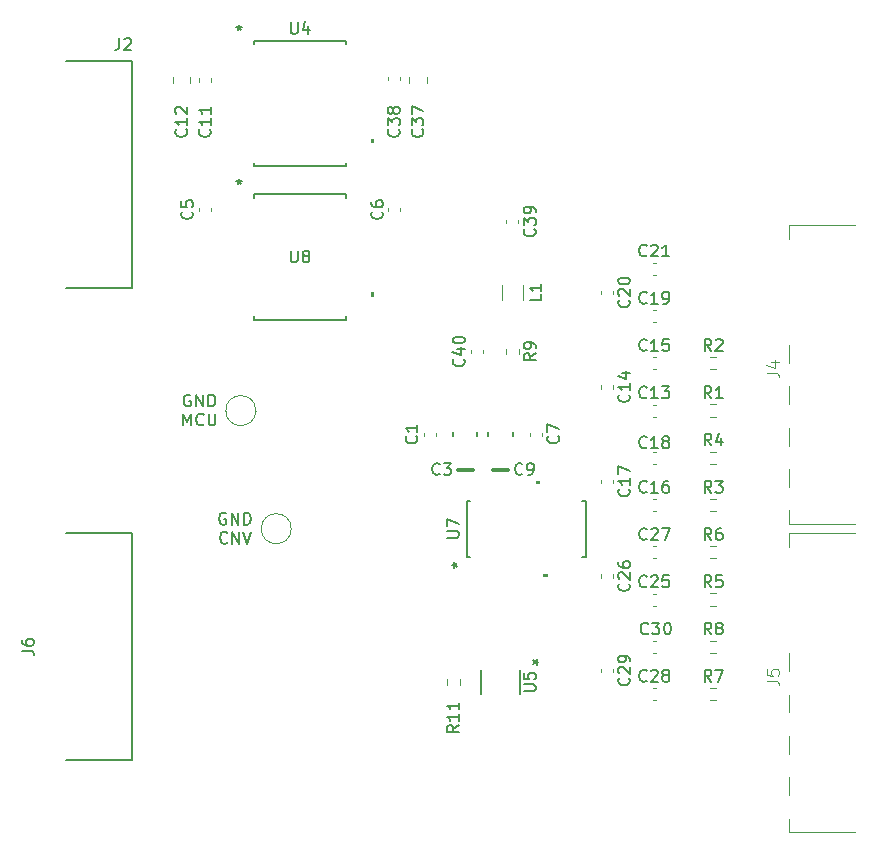
<source format=gbr>
%TF.GenerationSoftware,KiCad,Pcbnew,9.0.0*%
%TF.CreationDate,2025-02-28T13:48:11+03:00*%
%TF.ProjectId,PM_CNV-AI4_W,504d5f43-4e56-42d4-9149-345f572e6b69,rev?*%
%TF.SameCoordinates,Original*%
%TF.FileFunction,Legend,Top*%
%TF.FilePolarity,Positive*%
%FSLAX46Y46*%
G04 Gerber Fmt 4.6, Leading zero omitted, Abs format (unit mm)*
G04 Created by KiCad (PCBNEW 9.0.0) date 2025-02-28 13:48:11*
%MOMM*%
%LPD*%
G01*
G04 APERTURE LIST*
%ADD10C,0.150000*%
%ADD11C,0.100000*%
%ADD12C,0.120000*%
%ADD13C,0.152400*%
%ADD14C,0.300000*%
%ADD15C,0.000000*%
G04 APERTURE END LIST*
D10*
X-19261905Y1302534D02*
X-19357143Y1350153D01*
X-19357143Y1350153D02*
X-19500000Y1350153D01*
X-19500000Y1350153D02*
X-19642857Y1302534D01*
X-19642857Y1302534D02*
X-19738095Y1207296D01*
X-19738095Y1207296D02*
X-19785714Y1112058D01*
X-19785714Y1112058D02*
X-19833333Y921582D01*
X-19833333Y921582D02*
X-19833333Y778725D01*
X-19833333Y778725D02*
X-19785714Y588249D01*
X-19785714Y588249D02*
X-19738095Y493011D01*
X-19738095Y493011D02*
X-19642857Y397772D01*
X-19642857Y397772D02*
X-19500000Y350153D01*
X-19500000Y350153D02*
X-19404762Y350153D01*
X-19404762Y350153D02*
X-19261905Y397772D01*
X-19261905Y397772D02*
X-19214286Y445392D01*
X-19214286Y445392D02*
X-19214286Y778725D01*
X-19214286Y778725D02*
X-19404762Y778725D01*
X-18785714Y350153D02*
X-18785714Y1350153D01*
X-18785714Y1350153D02*
X-18214286Y350153D01*
X-18214286Y350153D02*
X-18214286Y1350153D01*
X-17738095Y350153D02*
X-17738095Y1350153D01*
X-17738095Y1350153D02*
X-17500000Y1350153D01*
X-17500000Y1350153D02*
X-17357143Y1302534D01*
X-17357143Y1302534D02*
X-17261905Y1207296D01*
X-17261905Y1207296D02*
X-17214286Y1112058D01*
X-17214286Y1112058D02*
X-17166667Y921582D01*
X-17166667Y921582D02*
X-17166667Y778725D01*
X-17166667Y778725D02*
X-17214286Y588249D01*
X-17214286Y588249D02*
X-17261905Y493011D01*
X-17261905Y493011D02*
X-17357143Y397772D01*
X-17357143Y397772D02*
X-17500000Y350153D01*
X-17500000Y350153D02*
X-17738095Y350153D01*
X-19142858Y-1164552D02*
X-19190477Y-1212172D01*
X-19190477Y-1212172D02*
X-19333334Y-1259791D01*
X-19333334Y-1259791D02*
X-19428572Y-1259791D01*
X-19428572Y-1259791D02*
X-19571429Y-1212172D01*
X-19571429Y-1212172D02*
X-19666667Y-1116933D01*
X-19666667Y-1116933D02*
X-19714286Y-1021695D01*
X-19714286Y-1021695D02*
X-19761905Y-831219D01*
X-19761905Y-831219D02*
X-19761905Y-688362D01*
X-19761905Y-688362D02*
X-19714286Y-497886D01*
X-19714286Y-497886D02*
X-19666667Y-402648D01*
X-19666667Y-402648D02*
X-19571429Y-307410D01*
X-19571429Y-307410D02*
X-19428572Y-259791D01*
X-19428572Y-259791D02*
X-19333334Y-259791D01*
X-19333334Y-259791D02*
X-19190477Y-307410D01*
X-19190477Y-307410D02*
X-19142858Y-355029D01*
X-18714286Y-1259791D02*
X-18714286Y-259791D01*
X-18714286Y-259791D02*
X-18142858Y-1259791D01*
X-18142858Y-1259791D02*
X-18142858Y-259791D01*
X-17809524Y-259791D02*
X-17476191Y-1259791D01*
X-17476191Y-1259791D02*
X-17142858Y-259791D01*
X-22261905Y11302534D02*
X-22357143Y11350153D01*
X-22357143Y11350153D02*
X-22500000Y11350153D01*
X-22500000Y11350153D02*
X-22642857Y11302534D01*
X-22642857Y11302534D02*
X-22738095Y11207296D01*
X-22738095Y11207296D02*
X-22785714Y11112058D01*
X-22785714Y11112058D02*
X-22833333Y10921582D01*
X-22833333Y10921582D02*
X-22833333Y10778725D01*
X-22833333Y10778725D02*
X-22785714Y10588249D01*
X-22785714Y10588249D02*
X-22738095Y10493011D01*
X-22738095Y10493011D02*
X-22642857Y10397772D01*
X-22642857Y10397772D02*
X-22500000Y10350153D01*
X-22500000Y10350153D02*
X-22404762Y10350153D01*
X-22404762Y10350153D02*
X-22261905Y10397772D01*
X-22261905Y10397772D02*
X-22214286Y10445392D01*
X-22214286Y10445392D02*
X-22214286Y10778725D01*
X-22214286Y10778725D02*
X-22404762Y10778725D01*
X-21785714Y10350153D02*
X-21785714Y11350153D01*
X-21785714Y11350153D02*
X-21214286Y10350153D01*
X-21214286Y10350153D02*
X-21214286Y11350153D01*
X-20738095Y10350153D02*
X-20738095Y11350153D01*
X-20738095Y11350153D02*
X-20500000Y11350153D01*
X-20500000Y11350153D02*
X-20357143Y11302534D01*
X-20357143Y11302534D02*
X-20261905Y11207296D01*
X-20261905Y11207296D02*
X-20214286Y11112058D01*
X-20214286Y11112058D02*
X-20166667Y10921582D01*
X-20166667Y10921582D02*
X-20166667Y10778725D01*
X-20166667Y10778725D02*
X-20214286Y10588249D01*
X-20214286Y10588249D02*
X-20261905Y10493011D01*
X-20261905Y10493011D02*
X-20357143Y10397772D01*
X-20357143Y10397772D02*
X-20500000Y10350153D01*
X-20500000Y10350153D02*
X-20738095Y10350153D01*
X-22857143Y8740209D02*
X-22857143Y9740209D01*
X-22857143Y9740209D02*
X-22523810Y9025924D01*
X-22523810Y9025924D02*
X-22190477Y9740209D01*
X-22190477Y9740209D02*
X-22190477Y8740209D01*
X-21142858Y8835448D02*
X-21190477Y8787828D01*
X-21190477Y8787828D02*
X-21333334Y8740209D01*
X-21333334Y8740209D02*
X-21428572Y8740209D01*
X-21428572Y8740209D02*
X-21571429Y8787828D01*
X-21571429Y8787828D02*
X-21666667Y8883067D01*
X-21666667Y8883067D02*
X-21714286Y8978305D01*
X-21714286Y8978305D02*
X-21761905Y9168781D01*
X-21761905Y9168781D02*
X-21761905Y9311638D01*
X-21761905Y9311638D02*
X-21714286Y9502114D01*
X-21714286Y9502114D02*
X-21666667Y9597352D01*
X-21666667Y9597352D02*
X-21571429Y9692590D01*
X-21571429Y9692590D02*
X-21428572Y9740209D01*
X-21428572Y9740209D02*
X-21333334Y9740209D01*
X-21333334Y9740209D02*
X-21190477Y9692590D01*
X-21190477Y9692590D02*
X-21142858Y9644971D01*
X-20714286Y9740209D02*
X-20714286Y8930686D01*
X-20714286Y8930686D02*
X-20666667Y8835448D01*
X-20666667Y8835448D02*
X-20619048Y8787828D01*
X-20619048Y8787828D02*
X-20523810Y8740209D01*
X-20523810Y8740209D02*
X-20333334Y8740209D01*
X-20333334Y8740209D02*
X-20238096Y8787828D01*
X-20238096Y8787828D02*
X-20190477Y8835448D01*
X-20190477Y8835448D02*
X-20142858Y8930686D01*
X-20142858Y8930686D02*
X-20142858Y9740209D01*
X21833333Y7045181D02*
X21500000Y7521372D01*
X21261905Y7045181D02*
X21261905Y8045181D01*
X21261905Y8045181D02*
X21642857Y8045181D01*
X21642857Y8045181D02*
X21738095Y7997562D01*
X21738095Y7997562D02*
X21785714Y7949943D01*
X21785714Y7949943D02*
X21833333Y7854705D01*
X21833333Y7854705D02*
X21833333Y7711848D01*
X21833333Y7711848D02*
X21785714Y7616610D01*
X21785714Y7616610D02*
X21738095Y7568991D01*
X21738095Y7568991D02*
X21642857Y7521372D01*
X21642857Y7521372D02*
X21261905Y7521372D01*
X22690476Y7711848D02*
X22690476Y7045181D01*
X22452381Y8092800D02*
X22214286Y7378515D01*
X22214286Y7378515D02*
X22833333Y7378515D01*
X-20640420Y33806078D02*
X-20592800Y33758459D01*
X-20592800Y33758459D02*
X-20545181Y33615602D01*
X-20545181Y33615602D02*
X-20545181Y33520364D01*
X-20545181Y33520364D02*
X-20592800Y33377507D01*
X-20592800Y33377507D02*
X-20688039Y33282269D01*
X-20688039Y33282269D02*
X-20783277Y33234650D01*
X-20783277Y33234650D02*
X-20973753Y33187031D01*
X-20973753Y33187031D02*
X-21116610Y33187031D01*
X-21116610Y33187031D02*
X-21307086Y33234650D01*
X-21307086Y33234650D02*
X-21402324Y33282269D01*
X-21402324Y33282269D02*
X-21497562Y33377507D01*
X-21497562Y33377507D02*
X-21545181Y33520364D01*
X-21545181Y33520364D02*
X-21545181Y33615602D01*
X-21545181Y33615602D02*
X-21497562Y33758459D01*
X-21497562Y33758459D02*
X-21449943Y33806078D01*
X-20545181Y34758459D02*
X-20545181Y34187031D01*
X-20545181Y34472745D02*
X-21545181Y34472745D01*
X-21545181Y34472745D02*
X-21402324Y34377507D01*
X-21402324Y34377507D02*
X-21307086Y34282269D01*
X-21307086Y34282269D02*
X-21259467Y34187031D01*
X-20545181Y35710840D02*
X-20545181Y35139412D01*
X-20545181Y35425126D02*
X-21545181Y35425126D01*
X-21545181Y35425126D02*
X-21402324Y35329888D01*
X-21402324Y35329888D02*
X-21307086Y35234650D01*
X-21307086Y35234650D02*
X-21259467Y35139412D01*
X21833333Y-8954819D02*
X21500000Y-8478628D01*
X21261905Y-8954819D02*
X21261905Y-7954819D01*
X21261905Y-7954819D02*
X21642857Y-7954819D01*
X21642857Y-7954819D02*
X21738095Y-8002438D01*
X21738095Y-8002438D02*
X21785714Y-8050057D01*
X21785714Y-8050057D02*
X21833333Y-8145295D01*
X21833333Y-8145295D02*
X21833333Y-8288152D01*
X21833333Y-8288152D02*
X21785714Y-8383390D01*
X21785714Y-8383390D02*
X21738095Y-8431009D01*
X21738095Y-8431009D02*
X21642857Y-8478628D01*
X21642857Y-8478628D02*
X21261905Y-8478628D01*
X22404762Y-8383390D02*
X22309524Y-8335771D01*
X22309524Y-8335771D02*
X22261905Y-8288152D01*
X22261905Y-8288152D02*
X22214286Y-8192914D01*
X22214286Y-8192914D02*
X22214286Y-8145295D01*
X22214286Y-8145295D02*
X22261905Y-8050057D01*
X22261905Y-8050057D02*
X22309524Y-8002438D01*
X22309524Y-8002438D02*
X22404762Y-7954819D01*
X22404762Y-7954819D02*
X22595238Y-7954819D01*
X22595238Y-7954819D02*
X22690476Y-8002438D01*
X22690476Y-8002438D02*
X22738095Y-8050057D01*
X22738095Y-8050057D02*
X22785714Y-8145295D01*
X22785714Y-8145295D02*
X22785714Y-8192914D01*
X22785714Y-8192914D02*
X22738095Y-8288152D01*
X22738095Y-8288152D02*
X22690476Y-8335771D01*
X22690476Y-8335771D02*
X22595238Y-8383390D01*
X22595238Y-8383390D02*
X22404762Y-8383390D01*
X22404762Y-8383390D02*
X22309524Y-8431009D01*
X22309524Y-8431009D02*
X22261905Y-8478628D01*
X22261905Y-8478628D02*
X22214286Y-8573866D01*
X22214286Y-8573866D02*
X22214286Y-8764342D01*
X22214286Y-8764342D02*
X22261905Y-8859580D01*
X22261905Y-8859580D02*
X22309524Y-8907200D01*
X22309524Y-8907200D02*
X22404762Y-8954819D01*
X22404762Y-8954819D02*
X22595238Y-8954819D01*
X22595238Y-8954819D02*
X22690476Y-8907200D01*
X22690476Y-8907200D02*
X22738095Y-8859580D01*
X22738095Y-8859580D02*
X22785714Y-8764342D01*
X22785714Y-8764342D02*
X22785714Y-8573866D01*
X22785714Y-8573866D02*
X22738095Y-8478628D01*
X22738095Y-8478628D02*
X22690476Y-8431009D01*
X22690476Y-8431009D02*
X22595238Y-8383390D01*
X16357142Y15140420D02*
X16309523Y15092800D01*
X16309523Y15092800D02*
X16166666Y15045181D01*
X16166666Y15045181D02*
X16071428Y15045181D01*
X16071428Y15045181D02*
X15928571Y15092800D01*
X15928571Y15092800D02*
X15833333Y15188039D01*
X15833333Y15188039D02*
X15785714Y15283277D01*
X15785714Y15283277D02*
X15738095Y15473753D01*
X15738095Y15473753D02*
X15738095Y15616610D01*
X15738095Y15616610D02*
X15785714Y15807086D01*
X15785714Y15807086D02*
X15833333Y15902324D01*
X15833333Y15902324D02*
X15928571Y15997562D01*
X15928571Y15997562D02*
X16071428Y16045181D01*
X16071428Y16045181D02*
X16166666Y16045181D01*
X16166666Y16045181D02*
X16309523Y15997562D01*
X16309523Y15997562D02*
X16357142Y15949943D01*
X17309523Y15045181D02*
X16738095Y15045181D01*
X17023809Y15045181D02*
X17023809Y16045181D01*
X17023809Y16045181D02*
X16928571Y15902324D01*
X16928571Y15902324D02*
X16833333Y15807086D01*
X16833333Y15807086D02*
X16738095Y15759467D01*
X18214285Y16045181D02*
X17738095Y16045181D01*
X17738095Y16045181D02*
X17690476Y15568991D01*
X17690476Y15568991D02*
X17738095Y15616610D01*
X17738095Y15616610D02*
X17833333Y15664229D01*
X17833333Y15664229D02*
X18071428Y15664229D01*
X18071428Y15664229D02*
X18166666Y15616610D01*
X18166666Y15616610D02*
X18214285Y15568991D01*
X18214285Y15568991D02*
X18261904Y15473753D01*
X18261904Y15473753D02*
X18261904Y15235658D01*
X18261904Y15235658D02*
X18214285Y15140420D01*
X18214285Y15140420D02*
X18166666Y15092800D01*
X18166666Y15092800D02*
X18071428Y15045181D01*
X18071428Y15045181D02*
X17833333Y15045181D01*
X17833333Y15045181D02*
X17738095Y15092800D01*
X17738095Y15092800D02*
X17690476Y15140420D01*
X16357142Y11140420D02*
X16309523Y11092800D01*
X16309523Y11092800D02*
X16166666Y11045181D01*
X16166666Y11045181D02*
X16071428Y11045181D01*
X16071428Y11045181D02*
X15928571Y11092800D01*
X15928571Y11092800D02*
X15833333Y11188039D01*
X15833333Y11188039D02*
X15785714Y11283277D01*
X15785714Y11283277D02*
X15738095Y11473753D01*
X15738095Y11473753D02*
X15738095Y11616610D01*
X15738095Y11616610D02*
X15785714Y11807086D01*
X15785714Y11807086D02*
X15833333Y11902324D01*
X15833333Y11902324D02*
X15928571Y11997562D01*
X15928571Y11997562D02*
X16071428Y12045181D01*
X16071428Y12045181D02*
X16166666Y12045181D01*
X16166666Y12045181D02*
X16309523Y11997562D01*
X16309523Y11997562D02*
X16357142Y11949943D01*
X17309523Y11045181D02*
X16738095Y11045181D01*
X17023809Y11045181D02*
X17023809Y12045181D01*
X17023809Y12045181D02*
X16928571Y11902324D01*
X16928571Y11902324D02*
X16833333Y11807086D01*
X16833333Y11807086D02*
X16738095Y11759467D01*
X17642857Y12045181D02*
X18261904Y12045181D01*
X18261904Y12045181D02*
X17928571Y11664229D01*
X17928571Y11664229D02*
X18071428Y11664229D01*
X18071428Y11664229D02*
X18166666Y11616610D01*
X18166666Y11616610D02*
X18214285Y11568991D01*
X18214285Y11568991D02*
X18261904Y11473753D01*
X18261904Y11473753D02*
X18261904Y11235658D01*
X18261904Y11235658D02*
X18214285Y11140420D01*
X18214285Y11140420D02*
X18166666Y11092800D01*
X18166666Y11092800D02*
X18071428Y11045181D01*
X18071428Y11045181D02*
X17785714Y11045181D01*
X17785714Y11045181D02*
X17690476Y11092800D01*
X17690476Y11092800D02*
X17642857Y11140420D01*
X859580Y14357143D02*
X907200Y14309524D01*
X907200Y14309524D02*
X954819Y14166667D01*
X954819Y14166667D02*
X954819Y14071429D01*
X954819Y14071429D02*
X907200Y13928572D01*
X907200Y13928572D02*
X811961Y13833334D01*
X811961Y13833334D02*
X716723Y13785715D01*
X716723Y13785715D02*
X526247Y13738096D01*
X526247Y13738096D02*
X383390Y13738096D01*
X383390Y13738096D02*
X192914Y13785715D01*
X192914Y13785715D02*
X97676Y13833334D01*
X97676Y13833334D02*
X2438Y13928572D01*
X2438Y13928572D02*
X-45181Y14071429D01*
X-45181Y14071429D02*
X-45181Y14166667D01*
X-45181Y14166667D02*
X2438Y14309524D01*
X2438Y14309524D02*
X50057Y14357143D01*
X288152Y15214286D02*
X954819Y15214286D01*
X-92800Y14976191D02*
X621485Y14738096D01*
X621485Y14738096D02*
X621485Y15357143D01*
X-45181Y15928572D02*
X-45181Y16023810D01*
X-45181Y16023810D02*
X2438Y16119048D01*
X2438Y16119048D02*
X50057Y16166667D01*
X50057Y16166667D02*
X145295Y16214286D01*
X145295Y16214286D02*
X335771Y16261905D01*
X335771Y16261905D02*
X573866Y16261905D01*
X573866Y16261905D02*
X764342Y16214286D01*
X764342Y16214286D02*
X859580Y16166667D01*
X859580Y16166667D02*
X907200Y16119048D01*
X907200Y16119048D02*
X954819Y16023810D01*
X954819Y16023810D02*
X954819Y15928572D01*
X954819Y15928572D02*
X907200Y15833334D01*
X907200Y15833334D02*
X859580Y15785715D01*
X859580Y15785715D02*
X764342Y15738096D01*
X764342Y15738096D02*
X573866Y15690477D01*
X573866Y15690477D02*
X335771Y15690477D01*
X335771Y15690477D02*
X145295Y15738096D01*
X145295Y15738096D02*
X50057Y15785715D01*
X50057Y15785715D02*
X2438Y15833334D01*
X2438Y15833334D02*
X-45181Y15928572D01*
X14859580Y-12642857D02*
X14907200Y-12690476D01*
X14907200Y-12690476D02*
X14954819Y-12833333D01*
X14954819Y-12833333D02*
X14954819Y-12928571D01*
X14954819Y-12928571D02*
X14907200Y-13071428D01*
X14907200Y-13071428D02*
X14811961Y-13166666D01*
X14811961Y-13166666D02*
X14716723Y-13214285D01*
X14716723Y-13214285D02*
X14526247Y-13261904D01*
X14526247Y-13261904D02*
X14383390Y-13261904D01*
X14383390Y-13261904D02*
X14192914Y-13214285D01*
X14192914Y-13214285D02*
X14097676Y-13166666D01*
X14097676Y-13166666D02*
X14002438Y-13071428D01*
X14002438Y-13071428D02*
X13954819Y-12928571D01*
X13954819Y-12928571D02*
X13954819Y-12833333D01*
X13954819Y-12833333D02*
X14002438Y-12690476D01*
X14002438Y-12690476D02*
X14050057Y-12642857D01*
X14050057Y-12261904D02*
X14002438Y-12214285D01*
X14002438Y-12214285D02*
X13954819Y-12119047D01*
X13954819Y-12119047D02*
X13954819Y-11880952D01*
X13954819Y-11880952D02*
X14002438Y-11785714D01*
X14002438Y-11785714D02*
X14050057Y-11738095D01*
X14050057Y-11738095D02*
X14145295Y-11690476D01*
X14145295Y-11690476D02*
X14240533Y-11690476D01*
X14240533Y-11690476D02*
X14383390Y-11738095D01*
X14383390Y-11738095D02*
X14954819Y-12309523D01*
X14954819Y-12309523D02*
X14954819Y-11690476D01*
X14954819Y-11214285D02*
X14954819Y-11023809D01*
X14954819Y-11023809D02*
X14907200Y-10928571D01*
X14907200Y-10928571D02*
X14859580Y-10880952D01*
X14859580Y-10880952D02*
X14716723Y-10785714D01*
X14716723Y-10785714D02*
X14526247Y-10738095D01*
X14526247Y-10738095D02*
X14145295Y-10738095D01*
X14145295Y-10738095D02*
X14050057Y-10785714D01*
X14050057Y-10785714D02*
X14002438Y-10833333D01*
X14002438Y-10833333D02*
X13954819Y-10928571D01*
X13954819Y-10928571D02*
X13954819Y-11119047D01*
X13954819Y-11119047D02*
X14002438Y-11214285D01*
X14002438Y-11214285D02*
X14050057Y-11261904D01*
X14050057Y-11261904D02*
X14145295Y-11309523D01*
X14145295Y-11309523D02*
X14383390Y-11309523D01*
X14383390Y-11309523D02*
X14478628Y-11261904D01*
X14478628Y-11261904D02*
X14526247Y-11214285D01*
X14526247Y-11214285D02*
X14573866Y-11119047D01*
X14573866Y-11119047D02*
X14573866Y-10928571D01*
X14573866Y-10928571D02*
X14526247Y-10833333D01*
X14526247Y-10833333D02*
X14478628Y-10785714D01*
X14478628Y-10785714D02*
X14383390Y-10738095D01*
D11*
X26547419Y13206667D02*
X27261704Y13206667D01*
X27261704Y13206667D02*
X27404561Y13159048D01*
X27404561Y13159048D02*
X27499800Y13063810D01*
X27499800Y13063810D02*
X27547419Y12920953D01*
X27547419Y12920953D02*
X27547419Y12825715D01*
X26880752Y14111429D02*
X27547419Y14111429D01*
X26499800Y13873334D02*
X27214085Y13635239D01*
X27214085Y13635239D02*
X27214085Y14254286D01*
D10*
X14859580Y11357143D02*
X14907200Y11309524D01*
X14907200Y11309524D02*
X14954819Y11166667D01*
X14954819Y11166667D02*
X14954819Y11071429D01*
X14954819Y11071429D02*
X14907200Y10928572D01*
X14907200Y10928572D02*
X14811961Y10833334D01*
X14811961Y10833334D02*
X14716723Y10785715D01*
X14716723Y10785715D02*
X14526247Y10738096D01*
X14526247Y10738096D02*
X14383390Y10738096D01*
X14383390Y10738096D02*
X14192914Y10785715D01*
X14192914Y10785715D02*
X14097676Y10833334D01*
X14097676Y10833334D02*
X14002438Y10928572D01*
X14002438Y10928572D02*
X13954819Y11071429D01*
X13954819Y11071429D02*
X13954819Y11166667D01*
X13954819Y11166667D02*
X14002438Y11309524D01*
X14002438Y11309524D02*
X14050057Y11357143D01*
X14954819Y12309524D02*
X14954819Y11738096D01*
X14954819Y12023810D02*
X13954819Y12023810D01*
X13954819Y12023810D02*
X14097676Y11928572D01*
X14097676Y11928572D02*
X14192914Y11833334D01*
X14192914Y11833334D02*
X14240533Y11738096D01*
X14288152Y13166667D02*
X14954819Y13166667D01*
X13907200Y12928572D02*
X14621485Y12690477D01*
X14621485Y12690477D02*
X14621485Y13309524D01*
X16357142Y19140420D02*
X16309523Y19092800D01*
X16309523Y19092800D02*
X16166666Y19045181D01*
X16166666Y19045181D02*
X16071428Y19045181D01*
X16071428Y19045181D02*
X15928571Y19092800D01*
X15928571Y19092800D02*
X15833333Y19188039D01*
X15833333Y19188039D02*
X15785714Y19283277D01*
X15785714Y19283277D02*
X15738095Y19473753D01*
X15738095Y19473753D02*
X15738095Y19616610D01*
X15738095Y19616610D02*
X15785714Y19807086D01*
X15785714Y19807086D02*
X15833333Y19902324D01*
X15833333Y19902324D02*
X15928571Y19997562D01*
X15928571Y19997562D02*
X16071428Y20045181D01*
X16071428Y20045181D02*
X16166666Y20045181D01*
X16166666Y20045181D02*
X16309523Y19997562D01*
X16309523Y19997562D02*
X16357142Y19949943D01*
X17309523Y19045181D02*
X16738095Y19045181D01*
X17023809Y19045181D02*
X17023809Y20045181D01*
X17023809Y20045181D02*
X16928571Y19902324D01*
X16928571Y19902324D02*
X16833333Y19807086D01*
X16833333Y19807086D02*
X16738095Y19759467D01*
X17785714Y19045181D02*
X17976190Y19045181D01*
X17976190Y19045181D02*
X18071428Y19092800D01*
X18071428Y19092800D02*
X18119047Y19140420D01*
X18119047Y19140420D02*
X18214285Y19283277D01*
X18214285Y19283277D02*
X18261904Y19473753D01*
X18261904Y19473753D02*
X18261904Y19854705D01*
X18261904Y19854705D02*
X18214285Y19949943D01*
X18214285Y19949943D02*
X18166666Y19997562D01*
X18166666Y19997562D02*
X18071428Y20045181D01*
X18071428Y20045181D02*
X17880952Y20045181D01*
X17880952Y20045181D02*
X17785714Y19997562D01*
X17785714Y19997562D02*
X17738095Y19949943D01*
X17738095Y19949943D02*
X17690476Y19854705D01*
X17690476Y19854705D02*
X17690476Y19616610D01*
X17690476Y19616610D02*
X17738095Y19521372D01*
X17738095Y19521372D02*
X17785714Y19473753D01*
X17785714Y19473753D02*
X17880952Y19426134D01*
X17880952Y19426134D02*
X18071428Y19426134D01*
X18071428Y19426134D02*
X18166666Y19473753D01*
X18166666Y19473753D02*
X18214285Y19521372D01*
X18214285Y19521372D02*
X18261904Y19616610D01*
X14859580Y3357143D02*
X14907200Y3309524D01*
X14907200Y3309524D02*
X14954819Y3166667D01*
X14954819Y3166667D02*
X14954819Y3071429D01*
X14954819Y3071429D02*
X14907200Y2928572D01*
X14907200Y2928572D02*
X14811961Y2833334D01*
X14811961Y2833334D02*
X14716723Y2785715D01*
X14716723Y2785715D02*
X14526247Y2738096D01*
X14526247Y2738096D02*
X14383390Y2738096D01*
X14383390Y2738096D02*
X14192914Y2785715D01*
X14192914Y2785715D02*
X14097676Y2833334D01*
X14097676Y2833334D02*
X14002438Y2928572D01*
X14002438Y2928572D02*
X13954819Y3071429D01*
X13954819Y3071429D02*
X13954819Y3166667D01*
X13954819Y3166667D02*
X14002438Y3309524D01*
X14002438Y3309524D02*
X14050057Y3357143D01*
X14954819Y4309524D02*
X14954819Y3738096D01*
X14954819Y4023810D02*
X13954819Y4023810D01*
X13954819Y4023810D02*
X14097676Y3928572D01*
X14097676Y3928572D02*
X14192914Y3833334D01*
X14192914Y3833334D02*
X14240533Y3738096D01*
X13954819Y4642858D02*
X13954819Y5309524D01*
X13954819Y5309524D02*
X14954819Y4880953D01*
X16357142Y23140420D02*
X16309523Y23092800D01*
X16309523Y23092800D02*
X16166666Y23045181D01*
X16166666Y23045181D02*
X16071428Y23045181D01*
X16071428Y23045181D02*
X15928571Y23092800D01*
X15928571Y23092800D02*
X15833333Y23188039D01*
X15833333Y23188039D02*
X15785714Y23283277D01*
X15785714Y23283277D02*
X15738095Y23473753D01*
X15738095Y23473753D02*
X15738095Y23616610D01*
X15738095Y23616610D02*
X15785714Y23807086D01*
X15785714Y23807086D02*
X15833333Y23902324D01*
X15833333Y23902324D02*
X15928571Y23997562D01*
X15928571Y23997562D02*
X16071428Y24045181D01*
X16071428Y24045181D02*
X16166666Y24045181D01*
X16166666Y24045181D02*
X16309523Y23997562D01*
X16309523Y23997562D02*
X16357142Y23949943D01*
X16738095Y23949943D02*
X16785714Y23997562D01*
X16785714Y23997562D02*
X16880952Y24045181D01*
X16880952Y24045181D02*
X17119047Y24045181D01*
X17119047Y24045181D02*
X17214285Y23997562D01*
X17214285Y23997562D02*
X17261904Y23949943D01*
X17261904Y23949943D02*
X17309523Y23854705D01*
X17309523Y23854705D02*
X17309523Y23759467D01*
X17309523Y23759467D02*
X17261904Y23616610D01*
X17261904Y23616610D02*
X16690476Y23045181D01*
X16690476Y23045181D02*
X17309523Y23045181D01*
X18261904Y23045181D02*
X17690476Y23045181D01*
X17976190Y23045181D02*
X17976190Y24045181D01*
X17976190Y24045181D02*
X17880952Y23902324D01*
X17880952Y23902324D02*
X17785714Y23807086D01*
X17785714Y23807086D02*
X17690476Y23759467D01*
X6954819Y14833334D02*
X6478628Y14500001D01*
X6954819Y14261906D02*
X5954819Y14261906D01*
X5954819Y14261906D02*
X5954819Y14642858D01*
X5954819Y14642858D02*
X6002438Y14738096D01*
X6002438Y14738096D02*
X6050057Y14785715D01*
X6050057Y14785715D02*
X6145295Y14833334D01*
X6145295Y14833334D02*
X6288152Y14833334D01*
X6288152Y14833334D02*
X6383390Y14785715D01*
X6383390Y14785715D02*
X6431009Y14738096D01*
X6431009Y14738096D02*
X6478628Y14642858D01*
X6478628Y14642858D02*
X6478628Y14261906D01*
X6954819Y15309525D02*
X6954819Y15500001D01*
X6954819Y15500001D02*
X6907200Y15595239D01*
X6907200Y15595239D02*
X6859580Y15642858D01*
X6859580Y15642858D02*
X6716723Y15738096D01*
X6716723Y15738096D02*
X6526247Y15785715D01*
X6526247Y15785715D02*
X6145295Y15785715D01*
X6145295Y15785715D02*
X6050057Y15738096D01*
X6050057Y15738096D02*
X6002438Y15690477D01*
X6002438Y15690477D02*
X5954819Y15595239D01*
X5954819Y15595239D02*
X5954819Y15404763D01*
X5954819Y15404763D02*
X6002438Y15309525D01*
X6002438Y15309525D02*
X6050057Y15261906D01*
X6050057Y15261906D02*
X6145295Y15214287D01*
X6145295Y15214287D02*
X6383390Y15214287D01*
X6383390Y15214287D02*
X6478628Y15261906D01*
X6478628Y15261906D02*
X6526247Y15309525D01*
X6526247Y15309525D02*
X6573866Y15404763D01*
X6573866Y15404763D02*
X6573866Y15595239D01*
X6573866Y15595239D02*
X6526247Y15690477D01*
X6526247Y15690477D02*
X6478628Y15738096D01*
X6478628Y15738096D02*
X6383390Y15785715D01*
X16357142Y-4859580D02*
X16309523Y-4907200D01*
X16309523Y-4907200D02*
X16166666Y-4954819D01*
X16166666Y-4954819D02*
X16071428Y-4954819D01*
X16071428Y-4954819D02*
X15928571Y-4907200D01*
X15928571Y-4907200D02*
X15833333Y-4811961D01*
X15833333Y-4811961D02*
X15785714Y-4716723D01*
X15785714Y-4716723D02*
X15738095Y-4526247D01*
X15738095Y-4526247D02*
X15738095Y-4383390D01*
X15738095Y-4383390D02*
X15785714Y-4192914D01*
X15785714Y-4192914D02*
X15833333Y-4097676D01*
X15833333Y-4097676D02*
X15928571Y-4002438D01*
X15928571Y-4002438D02*
X16071428Y-3954819D01*
X16071428Y-3954819D02*
X16166666Y-3954819D01*
X16166666Y-3954819D02*
X16309523Y-4002438D01*
X16309523Y-4002438D02*
X16357142Y-4050057D01*
X16738095Y-4050057D02*
X16785714Y-4002438D01*
X16785714Y-4002438D02*
X16880952Y-3954819D01*
X16880952Y-3954819D02*
X17119047Y-3954819D01*
X17119047Y-3954819D02*
X17214285Y-4002438D01*
X17214285Y-4002438D02*
X17261904Y-4050057D01*
X17261904Y-4050057D02*
X17309523Y-4145295D01*
X17309523Y-4145295D02*
X17309523Y-4240533D01*
X17309523Y-4240533D02*
X17261904Y-4383390D01*
X17261904Y-4383390D02*
X16690476Y-4954819D01*
X16690476Y-4954819D02*
X17309523Y-4954819D01*
X18214285Y-3954819D02*
X17738095Y-3954819D01*
X17738095Y-3954819D02*
X17690476Y-4431009D01*
X17690476Y-4431009D02*
X17738095Y-4383390D01*
X17738095Y-4383390D02*
X17833333Y-4335771D01*
X17833333Y-4335771D02*
X18071428Y-4335771D01*
X18071428Y-4335771D02*
X18166666Y-4383390D01*
X18166666Y-4383390D02*
X18214285Y-4431009D01*
X18214285Y-4431009D02*
X18261904Y-4526247D01*
X18261904Y-4526247D02*
X18261904Y-4764342D01*
X18261904Y-4764342D02*
X18214285Y-4859580D01*
X18214285Y-4859580D02*
X18166666Y-4907200D01*
X18166666Y-4907200D02*
X18071428Y-4954819D01*
X18071428Y-4954819D02*
X17833333Y-4954819D01*
X17833333Y-4954819D02*
X17738095Y-4907200D01*
X17738095Y-4907200D02*
X17690476Y-4859580D01*
X21833333Y11045181D02*
X21500000Y11521372D01*
X21261905Y11045181D02*
X21261905Y12045181D01*
X21261905Y12045181D02*
X21642857Y12045181D01*
X21642857Y12045181D02*
X21738095Y11997562D01*
X21738095Y11997562D02*
X21785714Y11949943D01*
X21785714Y11949943D02*
X21833333Y11854705D01*
X21833333Y11854705D02*
X21833333Y11711848D01*
X21833333Y11711848D02*
X21785714Y11616610D01*
X21785714Y11616610D02*
X21738095Y11568991D01*
X21738095Y11568991D02*
X21642857Y11521372D01*
X21642857Y11521372D02*
X21261905Y11521372D01*
X22785714Y11045181D02*
X22214286Y11045181D01*
X22500000Y11045181D02*
X22500000Y12045181D01*
X22500000Y12045181D02*
X22404762Y11902324D01*
X22404762Y11902324D02*
X22309524Y11807086D01*
X22309524Y11807086D02*
X22214286Y11759467D01*
X-22640420Y33806078D02*
X-22592800Y33758459D01*
X-22592800Y33758459D02*
X-22545181Y33615602D01*
X-22545181Y33615602D02*
X-22545181Y33520364D01*
X-22545181Y33520364D02*
X-22592800Y33377507D01*
X-22592800Y33377507D02*
X-22688039Y33282269D01*
X-22688039Y33282269D02*
X-22783277Y33234650D01*
X-22783277Y33234650D02*
X-22973753Y33187031D01*
X-22973753Y33187031D02*
X-23116610Y33187031D01*
X-23116610Y33187031D02*
X-23307086Y33234650D01*
X-23307086Y33234650D02*
X-23402324Y33282269D01*
X-23402324Y33282269D02*
X-23497562Y33377507D01*
X-23497562Y33377507D02*
X-23545181Y33520364D01*
X-23545181Y33520364D02*
X-23545181Y33615602D01*
X-23545181Y33615602D02*
X-23497562Y33758459D01*
X-23497562Y33758459D02*
X-23449943Y33806078D01*
X-22545181Y34758459D02*
X-22545181Y34187031D01*
X-22545181Y34472745D02*
X-23545181Y34472745D01*
X-23545181Y34472745D02*
X-23402324Y34377507D01*
X-23402324Y34377507D02*
X-23307086Y34282269D01*
X-23307086Y34282269D02*
X-23259467Y34187031D01*
X-23449943Y35139412D02*
X-23497562Y35187031D01*
X-23497562Y35187031D02*
X-23545181Y35282269D01*
X-23545181Y35282269D02*
X-23545181Y35520364D01*
X-23545181Y35520364D02*
X-23497562Y35615602D01*
X-23497562Y35615602D02*
X-23449943Y35663221D01*
X-23449943Y35663221D02*
X-23354705Y35710840D01*
X-23354705Y35710840D02*
X-23259467Y35710840D01*
X-23259467Y35710840D02*
X-23116610Y35663221D01*
X-23116610Y35663221D02*
X-22545181Y35091793D01*
X-22545181Y35091793D02*
X-22545181Y35710840D01*
X16357142Y3140420D02*
X16309523Y3092800D01*
X16309523Y3092800D02*
X16166666Y3045181D01*
X16166666Y3045181D02*
X16071428Y3045181D01*
X16071428Y3045181D02*
X15928571Y3092800D01*
X15928571Y3092800D02*
X15833333Y3188039D01*
X15833333Y3188039D02*
X15785714Y3283277D01*
X15785714Y3283277D02*
X15738095Y3473753D01*
X15738095Y3473753D02*
X15738095Y3616610D01*
X15738095Y3616610D02*
X15785714Y3807086D01*
X15785714Y3807086D02*
X15833333Y3902324D01*
X15833333Y3902324D02*
X15928571Y3997562D01*
X15928571Y3997562D02*
X16071428Y4045181D01*
X16071428Y4045181D02*
X16166666Y4045181D01*
X16166666Y4045181D02*
X16309523Y3997562D01*
X16309523Y3997562D02*
X16357142Y3949943D01*
X17309523Y3045181D02*
X16738095Y3045181D01*
X17023809Y3045181D02*
X17023809Y4045181D01*
X17023809Y4045181D02*
X16928571Y3902324D01*
X16928571Y3902324D02*
X16833333Y3807086D01*
X16833333Y3807086D02*
X16738095Y3759467D01*
X18166666Y4045181D02*
X17976190Y4045181D01*
X17976190Y4045181D02*
X17880952Y3997562D01*
X17880952Y3997562D02*
X17833333Y3949943D01*
X17833333Y3949943D02*
X17738095Y3807086D01*
X17738095Y3807086D02*
X17690476Y3616610D01*
X17690476Y3616610D02*
X17690476Y3235658D01*
X17690476Y3235658D02*
X17738095Y3140420D01*
X17738095Y3140420D02*
X17785714Y3092800D01*
X17785714Y3092800D02*
X17880952Y3045181D01*
X17880952Y3045181D02*
X18071428Y3045181D01*
X18071428Y3045181D02*
X18166666Y3092800D01*
X18166666Y3092800D02*
X18214285Y3140420D01*
X18214285Y3140420D02*
X18261904Y3235658D01*
X18261904Y3235658D02*
X18261904Y3473753D01*
X18261904Y3473753D02*
X18214285Y3568991D01*
X18214285Y3568991D02*
X18166666Y3616610D01*
X18166666Y3616610D02*
X18071428Y3664229D01*
X18071428Y3664229D02*
X17880952Y3664229D01*
X17880952Y3664229D02*
X17785714Y3616610D01*
X17785714Y3616610D02*
X17738095Y3568991D01*
X17738095Y3568991D02*
X17690476Y3473753D01*
X-3140420Y7833334D02*
X-3092800Y7785715D01*
X-3092800Y7785715D02*
X-3045181Y7642858D01*
X-3045181Y7642858D02*
X-3045181Y7547620D01*
X-3045181Y7547620D02*
X-3092800Y7404763D01*
X-3092800Y7404763D02*
X-3188039Y7309525D01*
X-3188039Y7309525D02*
X-3283277Y7261906D01*
X-3283277Y7261906D02*
X-3473753Y7214287D01*
X-3473753Y7214287D02*
X-3616610Y7214287D01*
X-3616610Y7214287D02*
X-3807086Y7261906D01*
X-3807086Y7261906D02*
X-3902324Y7309525D01*
X-3902324Y7309525D02*
X-3997562Y7404763D01*
X-3997562Y7404763D02*
X-4045181Y7547620D01*
X-4045181Y7547620D02*
X-4045181Y7642858D01*
X-4045181Y7642858D02*
X-3997562Y7785715D01*
X-3997562Y7785715D02*
X-3949943Y7833334D01*
X-3045181Y8785715D02*
X-3045181Y8214287D01*
X-3045181Y8500001D02*
X-4045181Y8500001D01*
X-4045181Y8500001D02*
X-3902324Y8404763D01*
X-3902324Y8404763D02*
X-3807086Y8309525D01*
X-3807086Y8309525D02*
X-3759467Y8214287D01*
X-4640420Y33806078D02*
X-4592800Y33758459D01*
X-4592800Y33758459D02*
X-4545181Y33615602D01*
X-4545181Y33615602D02*
X-4545181Y33520364D01*
X-4545181Y33520364D02*
X-4592800Y33377507D01*
X-4592800Y33377507D02*
X-4688039Y33282269D01*
X-4688039Y33282269D02*
X-4783277Y33234650D01*
X-4783277Y33234650D02*
X-4973753Y33187031D01*
X-4973753Y33187031D02*
X-5116610Y33187031D01*
X-5116610Y33187031D02*
X-5307086Y33234650D01*
X-5307086Y33234650D02*
X-5402324Y33282269D01*
X-5402324Y33282269D02*
X-5497562Y33377507D01*
X-5497562Y33377507D02*
X-5545181Y33520364D01*
X-5545181Y33520364D02*
X-5545181Y33615602D01*
X-5545181Y33615602D02*
X-5497562Y33758459D01*
X-5497562Y33758459D02*
X-5449943Y33806078D01*
X-5545181Y34139412D02*
X-5545181Y34758459D01*
X-5545181Y34758459D02*
X-5164229Y34425126D01*
X-5164229Y34425126D02*
X-5164229Y34567983D01*
X-5164229Y34567983D02*
X-5116610Y34663221D01*
X-5116610Y34663221D02*
X-5068991Y34710840D01*
X-5068991Y34710840D02*
X-4973753Y34758459D01*
X-4973753Y34758459D02*
X-4735658Y34758459D01*
X-4735658Y34758459D02*
X-4640420Y34710840D01*
X-4640420Y34710840D02*
X-4592800Y34663221D01*
X-4592800Y34663221D02*
X-4545181Y34567983D01*
X-4545181Y34567983D02*
X-4545181Y34282269D01*
X-4545181Y34282269D02*
X-4592800Y34187031D01*
X-4592800Y34187031D02*
X-4640420Y34139412D01*
X-5116610Y35329888D02*
X-5164229Y35234650D01*
X-5164229Y35234650D02*
X-5211848Y35187031D01*
X-5211848Y35187031D02*
X-5307086Y35139412D01*
X-5307086Y35139412D02*
X-5354705Y35139412D01*
X-5354705Y35139412D02*
X-5449943Y35187031D01*
X-5449943Y35187031D02*
X-5497562Y35234650D01*
X-5497562Y35234650D02*
X-5545181Y35329888D01*
X-5545181Y35329888D02*
X-5545181Y35520364D01*
X-5545181Y35520364D02*
X-5497562Y35615602D01*
X-5497562Y35615602D02*
X-5449943Y35663221D01*
X-5449943Y35663221D02*
X-5354705Y35710840D01*
X-5354705Y35710840D02*
X-5307086Y35710840D01*
X-5307086Y35710840D02*
X-5211848Y35663221D01*
X-5211848Y35663221D02*
X-5164229Y35615602D01*
X-5164229Y35615602D02*
X-5116610Y35520364D01*
X-5116610Y35520364D02*
X-5116610Y35329888D01*
X-5116610Y35329888D02*
X-5068991Y35234650D01*
X-5068991Y35234650D02*
X-5021372Y35187031D01*
X-5021372Y35187031D02*
X-4926134Y35139412D01*
X-4926134Y35139412D02*
X-4735658Y35139412D01*
X-4735658Y35139412D02*
X-4640420Y35187031D01*
X-4640420Y35187031D02*
X-4592800Y35234650D01*
X-4592800Y35234650D02*
X-4545181Y35329888D01*
X-4545181Y35329888D02*
X-4545181Y35520364D01*
X-4545181Y35520364D02*
X-4592800Y35615602D01*
X-4592800Y35615602D02*
X-4640420Y35663221D01*
X-4640420Y35663221D02*
X-4735658Y35710840D01*
X-4735658Y35710840D02*
X-4926134Y35710840D01*
X-4926134Y35710840D02*
X-5021372Y35663221D01*
X-5021372Y35663221D02*
X-5068991Y35615602D01*
X-5068991Y35615602D02*
X-5116610Y35520364D01*
X7454819Y19833334D02*
X7454819Y19357144D01*
X7454819Y19357144D02*
X6454819Y19357144D01*
X7454819Y20690477D02*
X7454819Y20119049D01*
X7454819Y20404763D02*
X6454819Y20404763D01*
X6454819Y20404763D02*
X6597676Y20309525D01*
X6597676Y20309525D02*
X6692914Y20214287D01*
X6692914Y20214287D02*
X6740533Y20119049D01*
D11*
X26547419Y-12873333D02*
X27261704Y-12873333D01*
X27261704Y-12873333D02*
X27404561Y-12920952D01*
X27404561Y-12920952D02*
X27499800Y-13016190D01*
X27499800Y-13016190D02*
X27547419Y-13159047D01*
X27547419Y-13159047D02*
X27547419Y-13254285D01*
X26547419Y-11920952D02*
X26547419Y-12397142D01*
X26547419Y-12397142D02*
X27023609Y-12444761D01*
X27023609Y-12444761D02*
X26975990Y-12397142D01*
X26975990Y-12397142D02*
X26928371Y-12301904D01*
X26928371Y-12301904D02*
X26928371Y-12063809D01*
X26928371Y-12063809D02*
X26975990Y-11968571D01*
X26975990Y-11968571D02*
X27023609Y-11920952D01*
X27023609Y-11920952D02*
X27118847Y-11873333D01*
X27118847Y-11873333D02*
X27356942Y-11873333D01*
X27356942Y-11873333D02*
X27452180Y-11920952D01*
X27452180Y-11920952D02*
X27499800Y-11968571D01*
X27499800Y-11968571D02*
X27547419Y-12063809D01*
X27547419Y-12063809D02*
X27547419Y-12301904D01*
X27547419Y-12301904D02*
X27499800Y-12397142D01*
X27499800Y-12397142D02*
X27452180Y-12444761D01*
D10*
X-36545181Y-10333333D02*
X-35830896Y-10333333D01*
X-35830896Y-10333333D02*
X-35688039Y-10380952D01*
X-35688039Y-10380952D02*
X-35592800Y-10476190D01*
X-35592800Y-10476190D02*
X-35545181Y-10619047D01*
X-35545181Y-10619047D02*
X-35545181Y-10714285D01*
X-36545181Y-9428571D02*
X-36545181Y-9619047D01*
X-36545181Y-9619047D02*
X-36497562Y-9714285D01*
X-36497562Y-9714285D02*
X-36449943Y-9761904D01*
X-36449943Y-9761904D02*
X-36307086Y-9857142D01*
X-36307086Y-9857142D02*
X-36116610Y-9904761D01*
X-36116610Y-9904761D02*
X-35735658Y-9904761D01*
X-35735658Y-9904761D02*
X-35640420Y-9857142D01*
X-35640420Y-9857142D02*
X-35592800Y-9809523D01*
X-35592800Y-9809523D02*
X-35545181Y-9714285D01*
X-35545181Y-9714285D02*
X-35545181Y-9523809D01*
X-35545181Y-9523809D02*
X-35592800Y-9428571D01*
X-35592800Y-9428571D02*
X-35640420Y-9380952D01*
X-35640420Y-9380952D02*
X-35735658Y-9333333D01*
X-35735658Y-9333333D02*
X-35973753Y-9333333D01*
X-35973753Y-9333333D02*
X-36068991Y-9380952D01*
X-36068991Y-9380952D02*
X-36116610Y-9428571D01*
X-36116610Y-9428571D02*
X-36164229Y-9523809D01*
X-36164229Y-9523809D02*
X-36164229Y-9714285D01*
X-36164229Y-9714285D02*
X-36116610Y-9809523D01*
X-36116610Y-9809523D02*
X-36068991Y-9857142D01*
X-36068991Y-9857142D02*
X-35973753Y-9904761D01*
X454819Y-16642857D02*
X-21372Y-16976190D01*
X454819Y-17214285D02*
X-545181Y-17214285D01*
X-545181Y-17214285D02*
X-545181Y-16833333D01*
X-545181Y-16833333D02*
X-497562Y-16738095D01*
X-497562Y-16738095D02*
X-449943Y-16690476D01*
X-449943Y-16690476D02*
X-354705Y-16642857D01*
X-354705Y-16642857D02*
X-211848Y-16642857D01*
X-211848Y-16642857D02*
X-116610Y-16690476D01*
X-116610Y-16690476D02*
X-68991Y-16738095D01*
X-68991Y-16738095D02*
X-21372Y-16833333D01*
X-21372Y-16833333D02*
X-21372Y-17214285D01*
X454819Y-15690476D02*
X454819Y-16261904D01*
X454819Y-15976190D02*
X-545181Y-15976190D01*
X-545181Y-15976190D02*
X-402324Y-16071428D01*
X-402324Y-16071428D02*
X-307086Y-16166666D01*
X-307086Y-16166666D02*
X-259467Y-16261904D01*
X454819Y-14738095D02*
X454819Y-15309523D01*
X454819Y-15023809D02*
X-545181Y-15023809D01*
X-545181Y-15023809D02*
X-402324Y-15119047D01*
X-402324Y-15119047D02*
X-307086Y-15214285D01*
X-307086Y-15214285D02*
X-259467Y-15309523D01*
X-1166667Y4640420D02*
X-1214286Y4592800D01*
X-1214286Y4592800D02*
X-1357143Y4545181D01*
X-1357143Y4545181D02*
X-1452381Y4545181D01*
X-1452381Y4545181D02*
X-1595238Y4592800D01*
X-1595238Y4592800D02*
X-1690476Y4688039D01*
X-1690476Y4688039D02*
X-1738095Y4783277D01*
X-1738095Y4783277D02*
X-1785714Y4973753D01*
X-1785714Y4973753D02*
X-1785714Y5116610D01*
X-1785714Y5116610D02*
X-1738095Y5307086D01*
X-1738095Y5307086D02*
X-1690476Y5402324D01*
X-1690476Y5402324D02*
X-1595238Y5497562D01*
X-1595238Y5497562D02*
X-1452381Y5545181D01*
X-1452381Y5545181D02*
X-1357143Y5545181D01*
X-1357143Y5545181D02*
X-1214286Y5497562D01*
X-1214286Y5497562D02*
X-1166667Y5449943D01*
X-833333Y5545181D02*
X-214286Y5545181D01*
X-214286Y5545181D02*
X-547619Y5164229D01*
X-547619Y5164229D02*
X-404762Y5164229D01*
X-404762Y5164229D02*
X-309524Y5116610D01*
X-309524Y5116610D02*
X-261905Y5068991D01*
X-261905Y5068991D02*
X-214286Y4973753D01*
X-214286Y4973753D02*
X-214286Y4735658D01*
X-214286Y4735658D02*
X-261905Y4640420D01*
X-261905Y4640420D02*
X-309524Y4592800D01*
X-309524Y4592800D02*
X-404762Y4545181D01*
X-404762Y4545181D02*
X-690476Y4545181D01*
X-690476Y4545181D02*
X-785714Y4592800D01*
X-785714Y4592800D02*
X-833333Y4640420D01*
X16357142Y-859580D02*
X16309523Y-907200D01*
X16309523Y-907200D02*
X16166666Y-954819D01*
X16166666Y-954819D02*
X16071428Y-954819D01*
X16071428Y-954819D02*
X15928571Y-907200D01*
X15928571Y-907200D02*
X15833333Y-811961D01*
X15833333Y-811961D02*
X15785714Y-716723D01*
X15785714Y-716723D02*
X15738095Y-526247D01*
X15738095Y-526247D02*
X15738095Y-383390D01*
X15738095Y-383390D02*
X15785714Y-192914D01*
X15785714Y-192914D02*
X15833333Y-97676D01*
X15833333Y-97676D02*
X15928571Y-2438D01*
X15928571Y-2438D02*
X16071428Y45181D01*
X16071428Y45181D02*
X16166666Y45181D01*
X16166666Y45181D02*
X16309523Y-2438D01*
X16309523Y-2438D02*
X16357142Y-50057D01*
X16738095Y-50057D02*
X16785714Y-2438D01*
X16785714Y-2438D02*
X16880952Y45181D01*
X16880952Y45181D02*
X17119047Y45181D01*
X17119047Y45181D02*
X17214285Y-2438D01*
X17214285Y-2438D02*
X17261904Y-50057D01*
X17261904Y-50057D02*
X17309523Y-145295D01*
X17309523Y-145295D02*
X17309523Y-240533D01*
X17309523Y-240533D02*
X17261904Y-383390D01*
X17261904Y-383390D02*
X16690476Y-954819D01*
X16690476Y-954819D02*
X17309523Y-954819D01*
X17642857Y45181D02*
X18309523Y45181D01*
X18309523Y45181D02*
X17880952Y-954819D01*
X-13761905Y23545181D02*
X-13761905Y22735658D01*
X-13761905Y22735658D02*
X-13714286Y22640420D01*
X-13714286Y22640420D02*
X-13666667Y22592800D01*
X-13666667Y22592800D02*
X-13571429Y22545181D01*
X-13571429Y22545181D02*
X-13380953Y22545181D01*
X-13380953Y22545181D02*
X-13285715Y22592800D01*
X-13285715Y22592800D02*
X-13238096Y22640420D01*
X-13238096Y22640420D02*
X-13190477Y22735658D01*
X-13190477Y22735658D02*
X-13190477Y23545181D01*
X-12571429Y23116610D02*
X-12666667Y23164229D01*
X-12666667Y23164229D02*
X-12714286Y23211848D01*
X-12714286Y23211848D02*
X-12761905Y23307086D01*
X-12761905Y23307086D02*
X-12761905Y23354705D01*
X-12761905Y23354705D02*
X-12714286Y23449943D01*
X-12714286Y23449943D02*
X-12666667Y23497562D01*
X-12666667Y23497562D02*
X-12571429Y23545181D01*
X-12571429Y23545181D02*
X-12380953Y23545181D01*
X-12380953Y23545181D02*
X-12285715Y23497562D01*
X-12285715Y23497562D02*
X-12238096Y23449943D01*
X-12238096Y23449943D02*
X-12190477Y23354705D01*
X-12190477Y23354705D02*
X-12190477Y23307086D01*
X-12190477Y23307086D02*
X-12238096Y23211848D01*
X-12238096Y23211848D02*
X-12285715Y23164229D01*
X-12285715Y23164229D02*
X-12380953Y23116610D01*
X-12380953Y23116610D02*
X-12571429Y23116610D01*
X-12571429Y23116610D02*
X-12666667Y23068991D01*
X-12666667Y23068991D02*
X-12714286Y23021372D01*
X-12714286Y23021372D02*
X-12761905Y22926134D01*
X-12761905Y22926134D02*
X-12761905Y22735658D01*
X-12761905Y22735658D02*
X-12714286Y22640420D01*
X-12714286Y22640420D02*
X-12666667Y22592800D01*
X-12666667Y22592800D02*
X-12571429Y22545181D01*
X-12571429Y22545181D02*
X-12380953Y22545181D01*
X-12380953Y22545181D02*
X-12285715Y22592800D01*
X-12285715Y22592800D02*
X-12238096Y22640420D01*
X-12238096Y22640420D02*
X-12190477Y22735658D01*
X-12190477Y22735658D02*
X-12190477Y22926134D01*
X-12190477Y22926134D02*
X-12238096Y23021372D01*
X-12238096Y23021372D02*
X-12285715Y23068991D01*
X-12285715Y23068991D02*
X-12380953Y23116610D01*
X-18130800Y29615781D02*
X-18130800Y29377686D01*
X-18368895Y29472924D02*
X-18130800Y29377686D01*
X-18130800Y29377686D02*
X-17892705Y29472924D01*
X-18273657Y29187210D02*
X-18130800Y29377686D01*
X-18130800Y29377686D02*
X-17987943Y29187210D01*
X14859580Y-4642857D02*
X14907200Y-4690476D01*
X14907200Y-4690476D02*
X14954819Y-4833333D01*
X14954819Y-4833333D02*
X14954819Y-4928571D01*
X14954819Y-4928571D02*
X14907200Y-5071428D01*
X14907200Y-5071428D02*
X14811961Y-5166666D01*
X14811961Y-5166666D02*
X14716723Y-5214285D01*
X14716723Y-5214285D02*
X14526247Y-5261904D01*
X14526247Y-5261904D02*
X14383390Y-5261904D01*
X14383390Y-5261904D02*
X14192914Y-5214285D01*
X14192914Y-5214285D02*
X14097676Y-5166666D01*
X14097676Y-5166666D02*
X14002438Y-5071428D01*
X14002438Y-5071428D02*
X13954819Y-4928571D01*
X13954819Y-4928571D02*
X13954819Y-4833333D01*
X13954819Y-4833333D02*
X14002438Y-4690476D01*
X14002438Y-4690476D02*
X14050057Y-4642857D01*
X14050057Y-4261904D02*
X14002438Y-4214285D01*
X14002438Y-4214285D02*
X13954819Y-4119047D01*
X13954819Y-4119047D02*
X13954819Y-3880952D01*
X13954819Y-3880952D02*
X14002438Y-3785714D01*
X14002438Y-3785714D02*
X14050057Y-3738095D01*
X14050057Y-3738095D02*
X14145295Y-3690476D01*
X14145295Y-3690476D02*
X14240533Y-3690476D01*
X14240533Y-3690476D02*
X14383390Y-3738095D01*
X14383390Y-3738095D02*
X14954819Y-4309523D01*
X14954819Y-4309523D02*
X14954819Y-3690476D01*
X13954819Y-2833333D02*
X13954819Y-3023809D01*
X13954819Y-3023809D02*
X14002438Y-3119047D01*
X14002438Y-3119047D02*
X14050057Y-3166666D01*
X14050057Y-3166666D02*
X14192914Y-3261904D01*
X14192914Y-3261904D02*
X14383390Y-3309523D01*
X14383390Y-3309523D02*
X14764342Y-3309523D01*
X14764342Y-3309523D02*
X14859580Y-3261904D01*
X14859580Y-3261904D02*
X14907200Y-3214285D01*
X14907200Y-3214285D02*
X14954819Y-3119047D01*
X14954819Y-3119047D02*
X14954819Y-2928571D01*
X14954819Y-2928571D02*
X14907200Y-2833333D01*
X14907200Y-2833333D02*
X14859580Y-2785714D01*
X14859580Y-2785714D02*
X14764342Y-2738095D01*
X14764342Y-2738095D02*
X14526247Y-2738095D01*
X14526247Y-2738095D02*
X14431009Y-2785714D01*
X14431009Y-2785714D02*
X14383390Y-2833333D01*
X14383390Y-2833333D02*
X14335771Y-2928571D01*
X14335771Y-2928571D02*
X14335771Y-3119047D01*
X14335771Y-3119047D02*
X14383390Y-3214285D01*
X14383390Y-3214285D02*
X14431009Y-3261904D01*
X14431009Y-3261904D02*
X14526247Y-3309523D01*
X5954819Y-13761904D02*
X6764342Y-13761904D01*
X6764342Y-13761904D02*
X6859580Y-13714285D01*
X6859580Y-13714285D02*
X6907200Y-13666666D01*
X6907200Y-13666666D02*
X6954819Y-13571428D01*
X6954819Y-13571428D02*
X6954819Y-13380952D01*
X6954819Y-13380952D02*
X6907200Y-13285714D01*
X6907200Y-13285714D02*
X6859580Y-13238095D01*
X6859580Y-13238095D02*
X6764342Y-13190476D01*
X6764342Y-13190476D02*
X5954819Y-13190476D01*
X5954819Y-12238095D02*
X5954819Y-12714285D01*
X5954819Y-12714285D02*
X6431009Y-12761904D01*
X6431009Y-12761904D02*
X6383390Y-12714285D01*
X6383390Y-12714285D02*
X6335771Y-12619047D01*
X6335771Y-12619047D02*
X6335771Y-12380952D01*
X6335771Y-12380952D02*
X6383390Y-12285714D01*
X6383390Y-12285714D02*
X6431009Y-12238095D01*
X6431009Y-12238095D02*
X6526247Y-12190476D01*
X6526247Y-12190476D02*
X6764342Y-12190476D01*
X6764342Y-12190476D02*
X6859580Y-12238095D01*
X6859580Y-12238095D02*
X6907200Y-12285714D01*
X6907200Y-12285714D02*
X6954819Y-12380952D01*
X6954819Y-12380952D02*
X6954819Y-12619047D01*
X6954819Y-12619047D02*
X6907200Y-12714285D01*
X6907200Y-12714285D02*
X6859580Y-12761904D01*
X7196980Y-11279150D02*
X6958885Y-11279150D01*
X7054123Y-11041055D02*
X6958885Y-11279150D01*
X6958885Y-11279150D02*
X7054123Y-11517245D01*
X6768409Y-11136293D02*
X6958885Y-11279150D01*
X6958885Y-11279150D02*
X6768409Y-11422007D01*
X16357142Y-12859580D02*
X16309523Y-12907200D01*
X16309523Y-12907200D02*
X16166666Y-12954819D01*
X16166666Y-12954819D02*
X16071428Y-12954819D01*
X16071428Y-12954819D02*
X15928571Y-12907200D01*
X15928571Y-12907200D02*
X15833333Y-12811961D01*
X15833333Y-12811961D02*
X15785714Y-12716723D01*
X15785714Y-12716723D02*
X15738095Y-12526247D01*
X15738095Y-12526247D02*
X15738095Y-12383390D01*
X15738095Y-12383390D02*
X15785714Y-12192914D01*
X15785714Y-12192914D02*
X15833333Y-12097676D01*
X15833333Y-12097676D02*
X15928571Y-12002438D01*
X15928571Y-12002438D02*
X16071428Y-11954819D01*
X16071428Y-11954819D02*
X16166666Y-11954819D01*
X16166666Y-11954819D02*
X16309523Y-12002438D01*
X16309523Y-12002438D02*
X16357142Y-12050057D01*
X16738095Y-12050057D02*
X16785714Y-12002438D01*
X16785714Y-12002438D02*
X16880952Y-11954819D01*
X16880952Y-11954819D02*
X17119047Y-11954819D01*
X17119047Y-11954819D02*
X17214285Y-12002438D01*
X17214285Y-12002438D02*
X17261904Y-12050057D01*
X17261904Y-12050057D02*
X17309523Y-12145295D01*
X17309523Y-12145295D02*
X17309523Y-12240533D01*
X17309523Y-12240533D02*
X17261904Y-12383390D01*
X17261904Y-12383390D02*
X16690476Y-12954819D01*
X16690476Y-12954819D02*
X17309523Y-12954819D01*
X17880952Y-12383390D02*
X17785714Y-12335771D01*
X17785714Y-12335771D02*
X17738095Y-12288152D01*
X17738095Y-12288152D02*
X17690476Y-12192914D01*
X17690476Y-12192914D02*
X17690476Y-12145295D01*
X17690476Y-12145295D02*
X17738095Y-12050057D01*
X17738095Y-12050057D02*
X17785714Y-12002438D01*
X17785714Y-12002438D02*
X17880952Y-11954819D01*
X17880952Y-11954819D02*
X18071428Y-11954819D01*
X18071428Y-11954819D02*
X18166666Y-12002438D01*
X18166666Y-12002438D02*
X18214285Y-12050057D01*
X18214285Y-12050057D02*
X18261904Y-12145295D01*
X18261904Y-12145295D02*
X18261904Y-12192914D01*
X18261904Y-12192914D02*
X18214285Y-12288152D01*
X18214285Y-12288152D02*
X18166666Y-12335771D01*
X18166666Y-12335771D02*
X18071428Y-12383390D01*
X18071428Y-12383390D02*
X17880952Y-12383390D01*
X17880952Y-12383390D02*
X17785714Y-12431009D01*
X17785714Y-12431009D02*
X17738095Y-12478628D01*
X17738095Y-12478628D02*
X17690476Y-12573866D01*
X17690476Y-12573866D02*
X17690476Y-12764342D01*
X17690476Y-12764342D02*
X17738095Y-12859580D01*
X17738095Y-12859580D02*
X17785714Y-12907200D01*
X17785714Y-12907200D02*
X17880952Y-12954819D01*
X17880952Y-12954819D02*
X18071428Y-12954819D01*
X18071428Y-12954819D02*
X18166666Y-12907200D01*
X18166666Y-12907200D02*
X18214285Y-12859580D01*
X18214285Y-12859580D02*
X18261904Y-12764342D01*
X18261904Y-12764342D02*
X18261904Y-12573866D01*
X18261904Y-12573866D02*
X18214285Y-12478628D01*
X18214285Y-12478628D02*
X18166666Y-12431009D01*
X18166666Y-12431009D02*
X18071428Y-12383390D01*
X6859580Y25357143D02*
X6907200Y25309524D01*
X6907200Y25309524D02*
X6954819Y25166667D01*
X6954819Y25166667D02*
X6954819Y25071429D01*
X6954819Y25071429D02*
X6907200Y24928572D01*
X6907200Y24928572D02*
X6811961Y24833334D01*
X6811961Y24833334D02*
X6716723Y24785715D01*
X6716723Y24785715D02*
X6526247Y24738096D01*
X6526247Y24738096D02*
X6383390Y24738096D01*
X6383390Y24738096D02*
X6192914Y24785715D01*
X6192914Y24785715D02*
X6097676Y24833334D01*
X6097676Y24833334D02*
X6002438Y24928572D01*
X6002438Y24928572D02*
X5954819Y25071429D01*
X5954819Y25071429D02*
X5954819Y25166667D01*
X5954819Y25166667D02*
X6002438Y25309524D01*
X6002438Y25309524D02*
X6050057Y25357143D01*
X5954819Y25690477D02*
X5954819Y26309524D01*
X5954819Y26309524D02*
X6335771Y25976191D01*
X6335771Y25976191D02*
X6335771Y26119048D01*
X6335771Y26119048D02*
X6383390Y26214286D01*
X6383390Y26214286D02*
X6431009Y26261905D01*
X6431009Y26261905D02*
X6526247Y26309524D01*
X6526247Y26309524D02*
X6764342Y26309524D01*
X6764342Y26309524D02*
X6859580Y26261905D01*
X6859580Y26261905D02*
X6907200Y26214286D01*
X6907200Y26214286D02*
X6954819Y26119048D01*
X6954819Y26119048D02*
X6954819Y25833334D01*
X6954819Y25833334D02*
X6907200Y25738096D01*
X6907200Y25738096D02*
X6859580Y25690477D01*
X6954819Y26785715D02*
X6954819Y26976191D01*
X6954819Y26976191D02*
X6907200Y27071429D01*
X6907200Y27071429D02*
X6859580Y27119048D01*
X6859580Y27119048D02*
X6716723Y27214286D01*
X6716723Y27214286D02*
X6526247Y27261905D01*
X6526247Y27261905D02*
X6145295Y27261905D01*
X6145295Y27261905D02*
X6050057Y27214286D01*
X6050057Y27214286D02*
X6002438Y27166667D01*
X6002438Y27166667D02*
X5954819Y27071429D01*
X5954819Y27071429D02*
X5954819Y26880953D01*
X5954819Y26880953D02*
X6002438Y26785715D01*
X6002438Y26785715D02*
X6050057Y26738096D01*
X6050057Y26738096D02*
X6145295Y26690477D01*
X6145295Y26690477D02*
X6383390Y26690477D01*
X6383390Y26690477D02*
X6478628Y26738096D01*
X6478628Y26738096D02*
X6526247Y26785715D01*
X6526247Y26785715D02*
X6573866Y26880953D01*
X6573866Y26880953D02*
X6573866Y27071429D01*
X6573866Y27071429D02*
X6526247Y27166667D01*
X6526247Y27166667D02*
X6478628Y27214286D01*
X6478628Y27214286D02*
X6383390Y27261905D01*
X-2640420Y33806078D02*
X-2592800Y33758459D01*
X-2592800Y33758459D02*
X-2545181Y33615602D01*
X-2545181Y33615602D02*
X-2545181Y33520364D01*
X-2545181Y33520364D02*
X-2592800Y33377507D01*
X-2592800Y33377507D02*
X-2688039Y33282269D01*
X-2688039Y33282269D02*
X-2783277Y33234650D01*
X-2783277Y33234650D02*
X-2973753Y33187031D01*
X-2973753Y33187031D02*
X-3116610Y33187031D01*
X-3116610Y33187031D02*
X-3307086Y33234650D01*
X-3307086Y33234650D02*
X-3402324Y33282269D01*
X-3402324Y33282269D02*
X-3497562Y33377507D01*
X-3497562Y33377507D02*
X-3545181Y33520364D01*
X-3545181Y33520364D02*
X-3545181Y33615602D01*
X-3545181Y33615602D02*
X-3497562Y33758459D01*
X-3497562Y33758459D02*
X-3449943Y33806078D01*
X-3545181Y34139412D02*
X-3545181Y34758459D01*
X-3545181Y34758459D02*
X-3164229Y34425126D01*
X-3164229Y34425126D02*
X-3164229Y34567983D01*
X-3164229Y34567983D02*
X-3116610Y34663221D01*
X-3116610Y34663221D02*
X-3068991Y34710840D01*
X-3068991Y34710840D02*
X-2973753Y34758459D01*
X-2973753Y34758459D02*
X-2735658Y34758459D01*
X-2735658Y34758459D02*
X-2640420Y34710840D01*
X-2640420Y34710840D02*
X-2592800Y34663221D01*
X-2592800Y34663221D02*
X-2545181Y34567983D01*
X-2545181Y34567983D02*
X-2545181Y34282269D01*
X-2545181Y34282269D02*
X-2592800Y34187031D01*
X-2592800Y34187031D02*
X-2640420Y34139412D01*
X-3545181Y35091793D02*
X-3545181Y35758459D01*
X-3545181Y35758459D02*
X-2545181Y35329888D01*
X-545181Y-761904D02*
X264342Y-761904D01*
X264342Y-761904D02*
X359580Y-714285D01*
X359580Y-714285D02*
X407200Y-666666D01*
X407200Y-666666D02*
X454819Y-571428D01*
X454819Y-571428D02*
X454819Y-380952D01*
X454819Y-380952D02*
X407200Y-285714D01*
X407200Y-285714D02*
X359580Y-238095D01*
X359580Y-238095D02*
X264342Y-190476D01*
X264342Y-190476D02*
X-545181Y-190476D01*
X-545181Y190477D02*
X-545181Y857143D01*
X-545181Y857143D02*
X454819Y428572D01*
X-93781Y-3073399D02*
X144314Y-3073399D01*
X49076Y-3311494D02*
X144314Y-3073399D01*
X144314Y-3073399D02*
X49076Y-2835304D01*
X334790Y-3216256D02*
X144314Y-3073399D01*
X144314Y-3073399D02*
X334790Y-2930542D01*
X8859580Y7833334D02*
X8907200Y7785715D01*
X8907200Y7785715D02*
X8954819Y7642858D01*
X8954819Y7642858D02*
X8954819Y7547620D01*
X8954819Y7547620D02*
X8907200Y7404763D01*
X8907200Y7404763D02*
X8811961Y7309525D01*
X8811961Y7309525D02*
X8716723Y7261906D01*
X8716723Y7261906D02*
X8526247Y7214287D01*
X8526247Y7214287D02*
X8383390Y7214287D01*
X8383390Y7214287D02*
X8192914Y7261906D01*
X8192914Y7261906D02*
X8097676Y7309525D01*
X8097676Y7309525D02*
X8002438Y7404763D01*
X8002438Y7404763D02*
X7954819Y7547620D01*
X7954819Y7547620D02*
X7954819Y7642858D01*
X7954819Y7642858D02*
X8002438Y7785715D01*
X8002438Y7785715D02*
X8050057Y7833334D01*
X7954819Y8166668D02*
X7954819Y8833334D01*
X7954819Y8833334D02*
X8954819Y8404763D01*
X21833333Y-954819D02*
X21500000Y-478628D01*
X21261905Y-954819D02*
X21261905Y45181D01*
X21261905Y45181D02*
X21642857Y45181D01*
X21642857Y45181D02*
X21738095Y-2438D01*
X21738095Y-2438D02*
X21785714Y-50057D01*
X21785714Y-50057D02*
X21833333Y-145295D01*
X21833333Y-145295D02*
X21833333Y-288152D01*
X21833333Y-288152D02*
X21785714Y-383390D01*
X21785714Y-383390D02*
X21738095Y-431009D01*
X21738095Y-431009D02*
X21642857Y-478628D01*
X21642857Y-478628D02*
X21261905Y-478628D01*
X22690476Y45181D02*
X22500000Y45181D01*
X22500000Y45181D02*
X22404762Y-2438D01*
X22404762Y-2438D02*
X22357143Y-50057D01*
X22357143Y-50057D02*
X22261905Y-192914D01*
X22261905Y-192914D02*
X22214286Y-383390D01*
X22214286Y-383390D02*
X22214286Y-764342D01*
X22214286Y-764342D02*
X22261905Y-859580D01*
X22261905Y-859580D02*
X22309524Y-907200D01*
X22309524Y-907200D02*
X22404762Y-954819D01*
X22404762Y-954819D02*
X22595238Y-954819D01*
X22595238Y-954819D02*
X22690476Y-907200D01*
X22690476Y-907200D02*
X22738095Y-859580D01*
X22738095Y-859580D02*
X22785714Y-764342D01*
X22785714Y-764342D02*
X22785714Y-526247D01*
X22785714Y-526247D02*
X22738095Y-431009D01*
X22738095Y-431009D02*
X22690476Y-383390D01*
X22690476Y-383390D02*
X22595238Y-335771D01*
X22595238Y-335771D02*
X22404762Y-335771D01*
X22404762Y-335771D02*
X22309524Y-383390D01*
X22309524Y-383390D02*
X22261905Y-431009D01*
X22261905Y-431009D02*
X22214286Y-526247D01*
X-28289161Y41545181D02*
X-28289161Y40830896D01*
X-28289161Y40830896D02*
X-28336780Y40688039D01*
X-28336780Y40688039D02*
X-28432018Y40592800D01*
X-28432018Y40592800D02*
X-28574875Y40545181D01*
X-28574875Y40545181D02*
X-28670113Y40545181D01*
X-27860589Y41449943D02*
X-27812970Y41497562D01*
X-27812970Y41497562D02*
X-27717732Y41545181D01*
X-27717732Y41545181D02*
X-27479637Y41545181D01*
X-27479637Y41545181D02*
X-27384399Y41497562D01*
X-27384399Y41497562D02*
X-27336780Y41449943D01*
X-27336780Y41449943D02*
X-27289161Y41354705D01*
X-27289161Y41354705D02*
X-27289161Y41259467D01*
X-27289161Y41259467D02*
X-27336780Y41116610D01*
X-27336780Y41116610D02*
X-27908208Y40545181D01*
X-27908208Y40545181D02*
X-27289161Y40545181D01*
X14859580Y19357143D02*
X14907200Y19309524D01*
X14907200Y19309524D02*
X14954819Y19166667D01*
X14954819Y19166667D02*
X14954819Y19071429D01*
X14954819Y19071429D02*
X14907200Y18928572D01*
X14907200Y18928572D02*
X14811961Y18833334D01*
X14811961Y18833334D02*
X14716723Y18785715D01*
X14716723Y18785715D02*
X14526247Y18738096D01*
X14526247Y18738096D02*
X14383390Y18738096D01*
X14383390Y18738096D02*
X14192914Y18785715D01*
X14192914Y18785715D02*
X14097676Y18833334D01*
X14097676Y18833334D02*
X14002438Y18928572D01*
X14002438Y18928572D02*
X13954819Y19071429D01*
X13954819Y19071429D02*
X13954819Y19166667D01*
X13954819Y19166667D02*
X14002438Y19309524D01*
X14002438Y19309524D02*
X14050057Y19357143D01*
X14050057Y19738096D02*
X14002438Y19785715D01*
X14002438Y19785715D02*
X13954819Y19880953D01*
X13954819Y19880953D02*
X13954819Y20119048D01*
X13954819Y20119048D02*
X14002438Y20214286D01*
X14002438Y20214286D02*
X14050057Y20261905D01*
X14050057Y20261905D02*
X14145295Y20309524D01*
X14145295Y20309524D02*
X14240533Y20309524D01*
X14240533Y20309524D02*
X14383390Y20261905D01*
X14383390Y20261905D02*
X14954819Y19690477D01*
X14954819Y19690477D02*
X14954819Y20309524D01*
X13954819Y20928572D02*
X13954819Y21023810D01*
X13954819Y21023810D02*
X14002438Y21119048D01*
X14002438Y21119048D02*
X14050057Y21166667D01*
X14050057Y21166667D02*
X14145295Y21214286D01*
X14145295Y21214286D02*
X14335771Y21261905D01*
X14335771Y21261905D02*
X14573866Y21261905D01*
X14573866Y21261905D02*
X14764342Y21214286D01*
X14764342Y21214286D02*
X14859580Y21166667D01*
X14859580Y21166667D02*
X14907200Y21119048D01*
X14907200Y21119048D02*
X14954819Y21023810D01*
X14954819Y21023810D02*
X14954819Y20928572D01*
X14954819Y20928572D02*
X14907200Y20833334D01*
X14907200Y20833334D02*
X14859580Y20785715D01*
X14859580Y20785715D02*
X14764342Y20738096D01*
X14764342Y20738096D02*
X14573866Y20690477D01*
X14573866Y20690477D02*
X14335771Y20690477D01*
X14335771Y20690477D02*
X14145295Y20738096D01*
X14145295Y20738096D02*
X14050057Y20785715D01*
X14050057Y20785715D02*
X14002438Y20833334D01*
X14002438Y20833334D02*
X13954819Y20928572D01*
X16497722Y-8859580D02*
X16450103Y-8907200D01*
X16450103Y-8907200D02*
X16307246Y-8954819D01*
X16307246Y-8954819D02*
X16212008Y-8954819D01*
X16212008Y-8954819D02*
X16069151Y-8907200D01*
X16069151Y-8907200D02*
X15973913Y-8811961D01*
X15973913Y-8811961D02*
X15926294Y-8716723D01*
X15926294Y-8716723D02*
X15878675Y-8526247D01*
X15878675Y-8526247D02*
X15878675Y-8383390D01*
X15878675Y-8383390D02*
X15926294Y-8192914D01*
X15926294Y-8192914D02*
X15973913Y-8097676D01*
X15973913Y-8097676D02*
X16069151Y-8002438D01*
X16069151Y-8002438D02*
X16212008Y-7954819D01*
X16212008Y-7954819D02*
X16307246Y-7954819D01*
X16307246Y-7954819D02*
X16450103Y-8002438D01*
X16450103Y-8002438D02*
X16497722Y-8050057D01*
X16831056Y-7954819D02*
X17450103Y-7954819D01*
X17450103Y-7954819D02*
X17116770Y-8335771D01*
X17116770Y-8335771D02*
X17259627Y-8335771D01*
X17259627Y-8335771D02*
X17354865Y-8383390D01*
X17354865Y-8383390D02*
X17402484Y-8431009D01*
X17402484Y-8431009D02*
X17450103Y-8526247D01*
X17450103Y-8526247D02*
X17450103Y-8764342D01*
X17450103Y-8764342D02*
X17402484Y-8859580D01*
X17402484Y-8859580D02*
X17354865Y-8907200D01*
X17354865Y-8907200D02*
X17259627Y-8954819D01*
X17259627Y-8954819D02*
X16973913Y-8954819D01*
X16973913Y-8954819D02*
X16878675Y-8907200D01*
X16878675Y-8907200D02*
X16831056Y-8859580D01*
X18069151Y-7954819D02*
X18164389Y-7954819D01*
X18164389Y-7954819D02*
X18259627Y-8002438D01*
X18259627Y-8002438D02*
X18307246Y-8050057D01*
X18307246Y-8050057D02*
X18354865Y-8145295D01*
X18354865Y-8145295D02*
X18402484Y-8335771D01*
X18402484Y-8335771D02*
X18402484Y-8573866D01*
X18402484Y-8573866D02*
X18354865Y-8764342D01*
X18354865Y-8764342D02*
X18307246Y-8859580D01*
X18307246Y-8859580D02*
X18259627Y-8907200D01*
X18259627Y-8907200D02*
X18164389Y-8954819D01*
X18164389Y-8954819D02*
X18069151Y-8954819D01*
X18069151Y-8954819D02*
X17973913Y-8907200D01*
X17973913Y-8907200D02*
X17926294Y-8859580D01*
X17926294Y-8859580D02*
X17878675Y-8764342D01*
X17878675Y-8764342D02*
X17831056Y-8573866D01*
X17831056Y-8573866D02*
X17831056Y-8335771D01*
X17831056Y-8335771D02*
X17878675Y-8145295D01*
X17878675Y-8145295D02*
X17926294Y-8050057D01*
X17926294Y-8050057D02*
X17973913Y-8002438D01*
X17973913Y-8002438D02*
X18069151Y-7954819D01*
X21833333Y15045181D02*
X21500000Y15521372D01*
X21261905Y15045181D02*
X21261905Y16045181D01*
X21261905Y16045181D02*
X21642857Y16045181D01*
X21642857Y16045181D02*
X21738095Y15997562D01*
X21738095Y15997562D02*
X21785714Y15949943D01*
X21785714Y15949943D02*
X21833333Y15854705D01*
X21833333Y15854705D02*
X21833333Y15711848D01*
X21833333Y15711848D02*
X21785714Y15616610D01*
X21785714Y15616610D02*
X21738095Y15568991D01*
X21738095Y15568991D02*
X21642857Y15521372D01*
X21642857Y15521372D02*
X21261905Y15521372D01*
X22214286Y15949943D02*
X22261905Y15997562D01*
X22261905Y15997562D02*
X22357143Y16045181D01*
X22357143Y16045181D02*
X22595238Y16045181D01*
X22595238Y16045181D02*
X22690476Y15997562D01*
X22690476Y15997562D02*
X22738095Y15949943D01*
X22738095Y15949943D02*
X22785714Y15854705D01*
X22785714Y15854705D02*
X22785714Y15759467D01*
X22785714Y15759467D02*
X22738095Y15616610D01*
X22738095Y15616610D02*
X22166667Y15045181D01*
X22166667Y15045181D02*
X22785714Y15045181D01*
X16357142Y6910420D02*
X16309523Y6862800D01*
X16309523Y6862800D02*
X16166666Y6815181D01*
X16166666Y6815181D02*
X16071428Y6815181D01*
X16071428Y6815181D02*
X15928571Y6862800D01*
X15928571Y6862800D02*
X15833333Y6958039D01*
X15833333Y6958039D02*
X15785714Y7053277D01*
X15785714Y7053277D02*
X15738095Y7243753D01*
X15738095Y7243753D02*
X15738095Y7386610D01*
X15738095Y7386610D02*
X15785714Y7577086D01*
X15785714Y7577086D02*
X15833333Y7672324D01*
X15833333Y7672324D02*
X15928571Y7767562D01*
X15928571Y7767562D02*
X16071428Y7815181D01*
X16071428Y7815181D02*
X16166666Y7815181D01*
X16166666Y7815181D02*
X16309523Y7767562D01*
X16309523Y7767562D02*
X16357142Y7719943D01*
X17309523Y6815181D02*
X16738095Y6815181D01*
X17023809Y6815181D02*
X17023809Y7815181D01*
X17023809Y7815181D02*
X16928571Y7672324D01*
X16928571Y7672324D02*
X16833333Y7577086D01*
X16833333Y7577086D02*
X16738095Y7529467D01*
X17880952Y7386610D02*
X17785714Y7434229D01*
X17785714Y7434229D02*
X17738095Y7481848D01*
X17738095Y7481848D02*
X17690476Y7577086D01*
X17690476Y7577086D02*
X17690476Y7624705D01*
X17690476Y7624705D02*
X17738095Y7719943D01*
X17738095Y7719943D02*
X17785714Y7767562D01*
X17785714Y7767562D02*
X17880952Y7815181D01*
X17880952Y7815181D02*
X18071428Y7815181D01*
X18071428Y7815181D02*
X18166666Y7767562D01*
X18166666Y7767562D02*
X18214285Y7719943D01*
X18214285Y7719943D02*
X18261904Y7624705D01*
X18261904Y7624705D02*
X18261904Y7577086D01*
X18261904Y7577086D02*
X18214285Y7481848D01*
X18214285Y7481848D02*
X18166666Y7434229D01*
X18166666Y7434229D02*
X18071428Y7386610D01*
X18071428Y7386610D02*
X17880952Y7386610D01*
X17880952Y7386610D02*
X17785714Y7338991D01*
X17785714Y7338991D02*
X17738095Y7291372D01*
X17738095Y7291372D02*
X17690476Y7196134D01*
X17690476Y7196134D02*
X17690476Y7005658D01*
X17690476Y7005658D02*
X17738095Y6910420D01*
X17738095Y6910420D02*
X17785714Y6862800D01*
X17785714Y6862800D02*
X17880952Y6815181D01*
X17880952Y6815181D02*
X18071428Y6815181D01*
X18071428Y6815181D02*
X18166666Y6862800D01*
X18166666Y6862800D02*
X18214285Y6910420D01*
X18214285Y6910420D02*
X18261904Y7005658D01*
X18261904Y7005658D02*
X18261904Y7196134D01*
X18261904Y7196134D02*
X18214285Y7291372D01*
X18214285Y7291372D02*
X18166666Y7338991D01*
X18166666Y7338991D02*
X18071428Y7386610D01*
X21833333Y-4954819D02*
X21500000Y-4478628D01*
X21261905Y-4954819D02*
X21261905Y-3954819D01*
X21261905Y-3954819D02*
X21642857Y-3954819D01*
X21642857Y-3954819D02*
X21738095Y-4002438D01*
X21738095Y-4002438D02*
X21785714Y-4050057D01*
X21785714Y-4050057D02*
X21833333Y-4145295D01*
X21833333Y-4145295D02*
X21833333Y-4288152D01*
X21833333Y-4288152D02*
X21785714Y-4383390D01*
X21785714Y-4383390D02*
X21738095Y-4431009D01*
X21738095Y-4431009D02*
X21642857Y-4478628D01*
X21642857Y-4478628D02*
X21261905Y-4478628D01*
X22738095Y-3954819D02*
X22261905Y-3954819D01*
X22261905Y-3954819D02*
X22214286Y-4431009D01*
X22214286Y-4431009D02*
X22261905Y-4383390D01*
X22261905Y-4383390D02*
X22357143Y-4335771D01*
X22357143Y-4335771D02*
X22595238Y-4335771D01*
X22595238Y-4335771D02*
X22690476Y-4383390D01*
X22690476Y-4383390D02*
X22738095Y-4431009D01*
X22738095Y-4431009D02*
X22785714Y-4526247D01*
X22785714Y-4526247D02*
X22785714Y-4764342D01*
X22785714Y-4764342D02*
X22738095Y-4859580D01*
X22738095Y-4859580D02*
X22690476Y-4907200D01*
X22690476Y-4907200D02*
X22595238Y-4954819D01*
X22595238Y-4954819D02*
X22357143Y-4954819D01*
X22357143Y-4954819D02*
X22261905Y-4907200D01*
X22261905Y-4907200D02*
X22214286Y-4859580D01*
X5833333Y4640420D02*
X5785714Y4592800D01*
X5785714Y4592800D02*
X5642857Y4545181D01*
X5642857Y4545181D02*
X5547619Y4545181D01*
X5547619Y4545181D02*
X5404762Y4592800D01*
X5404762Y4592800D02*
X5309524Y4688039D01*
X5309524Y4688039D02*
X5261905Y4783277D01*
X5261905Y4783277D02*
X5214286Y4973753D01*
X5214286Y4973753D02*
X5214286Y5116610D01*
X5214286Y5116610D02*
X5261905Y5307086D01*
X5261905Y5307086D02*
X5309524Y5402324D01*
X5309524Y5402324D02*
X5404762Y5497562D01*
X5404762Y5497562D02*
X5547619Y5545181D01*
X5547619Y5545181D02*
X5642857Y5545181D01*
X5642857Y5545181D02*
X5785714Y5497562D01*
X5785714Y5497562D02*
X5833333Y5449943D01*
X6309524Y4545181D02*
X6500000Y4545181D01*
X6500000Y4545181D02*
X6595238Y4592800D01*
X6595238Y4592800D02*
X6642857Y4640420D01*
X6642857Y4640420D02*
X6738095Y4783277D01*
X6738095Y4783277D02*
X6785714Y4973753D01*
X6785714Y4973753D02*
X6785714Y5354705D01*
X6785714Y5354705D02*
X6738095Y5449943D01*
X6738095Y5449943D02*
X6690476Y5497562D01*
X6690476Y5497562D02*
X6595238Y5545181D01*
X6595238Y5545181D02*
X6404762Y5545181D01*
X6404762Y5545181D02*
X6309524Y5497562D01*
X6309524Y5497562D02*
X6261905Y5449943D01*
X6261905Y5449943D02*
X6214286Y5354705D01*
X6214286Y5354705D02*
X6214286Y5116610D01*
X6214286Y5116610D02*
X6261905Y5021372D01*
X6261905Y5021372D02*
X6309524Y4973753D01*
X6309524Y4973753D02*
X6404762Y4926134D01*
X6404762Y4926134D02*
X6595238Y4926134D01*
X6595238Y4926134D02*
X6690476Y4973753D01*
X6690476Y4973753D02*
X6738095Y5021372D01*
X6738095Y5021372D02*
X6785714Y5116610D01*
X-6070420Y26833334D02*
X-6022800Y26785715D01*
X-6022800Y26785715D02*
X-5975181Y26642858D01*
X-5975181Y26642858D02*
X-5975181Y26547620D01*
X-5975181Y26547620D02*
X-6022800Y26404763D01*
X-6022800Y26404763D02*
X-6118039Y26309525D01*
X-6118039Y26309525D02*
X-6213277Y26261906D01*
X-6213277Y26261906D02*
X-6403753Y26214287D01*
X-6403753Y26214287D02*
X-6546610Y26214287D01*
X-6546610Y26214287D02*
X-6737086Y26261906D01*
X-6737086Y26261906D02*
X-6832324Y26309525D01*
X-6832324Y26309525D02*
X-6927562Y26404763D01*
X-6927562Y26404763D02*
X-6975181Y26547620D01*
X-6975181Y26547620D02*
X-6975181Y26642858D01*
X-6975181Y26642858D02*
X-6927562Y26785715D01*
X-6927562Y26785715D02*
X-6879943Y26833334D01*
X-6975181Y27690477D02*
X-6975181Y27500001D01*
X-6975181Y27500001D02*
X-6927562Y27404763D01*
X-6927562Y27404763D02*
X-6879943Y27357144D01*
X-6879943Y27357144D02*
X-6737086Y27261906D01*
X-6737086Y27261906D02*
X-6546610Y27214287D01*
X-6546610Y27214287D02*
X-6165658Y27214287D01*
X-6165658Y27214287D02*
X-6070420Y27261906D01*
X-6070420Y27261906D02*
X-6022800Y27309525D01*
X-6022800Y27309525D02*
X-5975181Y27404763D01*
X-5975181Y27404763D02*
X-5975181Y27595239D01*
X-5975181Y27595239D02*
X-6022800Y27690477D01*
X-6022800Y27690477D02*
X-6070420Y27738096D01*
X-6070420Y27738096D02*
X-6165658Y27785715D01*
X-6165658Y27785715D02*
X-6403753Y27785715D01*
X-6403753Y27785715D02*
X-6498991Y27738096D01*
X-6498991Y27738096D02*
X-6546610Y27690477D01*
X-6546610Y27690477D02*
X-6594229Y27595239D01*
X-6594229Y27595239D02*
X-6594229Y27404763D01*
X-6594229Y27404763D02*
X-6546610Y27309525D01*
X-6546610Y27309525D02*
X-6498991Y27261906D01*
X-6498991Y27261906D02*
X-6403753Y27214287D01*
X-13761905Y42895181D02*
X-13761905Y42085658D01*
X-13761905Y42085658D02*
X-13714286Y41990420D01*
X-13714286Y41990420D02*
X-13666667Y41942800D01*
X-13666667Y41942800D02*
X-13571429Y41895181D01*
X-13571429Y41895181D02*
X-13380953Y41895181D01*
X-13380953Y41895181D02*
X-13285715Y41942800D01*
X-13285715Y41942800D02*
X-13238096Y41990420D01*
X-13238096Y41990420D02*
X-13190477Y42085658D01*
X-13190477Y42085658D02*
X-13190477Y42895181D01*
X-12285715Y42561848D02*
X-12285715Y41895181D01*
X-12523810Y42942800D02*
X-12761905Y42228515D01*
X-12761905Y42228515D02*
X-12142858Y42228515D01*
X-18130800Y42615781D02*
X-18130800Y42377686D01*
X-18368895Y42472924D02*
X-18130800Y42377686D01*
X-18130800Y42377686D02*
X-17892705Y42472924D01*
X-18273657Y42187210D02*
X-18130800Y42377686D01*
X-18130800Y42377686D02*
X-17987943Y42187210D01*
X-22140420Y26833334D02*
X-22092800Y26785715D01*
X-22092800Y26785715D02*
X-22045181Y26642858D01*
X-22045181Y26642858D02*
X-22045181Y26547620D01*
X-22045181Y26547620D02*
X-22092800Y26404763D01*
X-22092800Y26404763D02*
X-22188039Y26309525D01*
X-22188039Y26309525D02*
X-22283277Y26261906D01*
X-22283277Y26261906D02*
X-22473753Y26214287D01*
X-22473753Y26214287D02*
X-22616610Y26214287D01*
X-22616610Y26214287D02*
X-22807086Y26261906D01*
X-22807086Y26261906D02*
X-22902324Y26309525D01*
X-22902324Y26309525D02*
X-22997562Y26404763D01*
X-22997562Y26404763D02*
X-23045181Y26547620D01*
X-23045181Y26547620D02*
X-23045181Y26642858D01*
X-23045181Y26642858D02*
X-22997562Y26785715D01*
X-22997562Y26785715D02*
X-22949943Y26833334D01*
X-23045181Y27738096D02*
X-23045181Y27261906D01*
X-23045181Y27261906D02*
X-22568991Y27214287D01*
X-22568991Y27214287D02*
X-22616610Y27261906D01*
X-22616610Y27261906D02*
X-22664229Y27357144D01*
X-22664229Y27357144D02*
X-22664229Y27595239D01*
X-22664229Y27595239D02*
X-22616610Y27690477D01*
X-22616610Y27690477D02*
X-22568991Y27738096D01*
X-22568991Y27738096D02*
X-22473753Y27785715D01*
X-22473753Y27785715D02*
X-22235658Y27785715D01*
X-22235658Y27785715D02*
X-22140420Y27738096D01*
X-22140420Y27738096D02*
X-22092800Y27690477D01*
X-22092800Y27690477D02*
X-22045181Y27595239D01*
X-22045181Y27595239D02*
X-22045181Y27357144D01*
X-22045181Y27357144D02*
X-22092800Y27261906D01*
X-22092800Y27261906D02*
X-22140420Y27214287D01*
X21833333Y3045181D02*
X21500000Y3521372D01*
X21261905Y3045181D02*
X21261905Y4045181D01*
X21261905Y4045181D02*
X21642857Y4045181D01*
X21642857Y4045181D02*
X21738095Y3997562D01*
X21738095Y3997562D02*
X21785714Y3949943D01*
X21785714Y3949943D02*
X21833333Y3854705D01*
X21833333Y3854705D02*
X21833333Y3711848D01*
X21833333Y3711848D02*
X21785714Y3616610D01*
X21785714Y3616610D02*
X21738095Y3568991D01*
X21738095Y3568991D02*
X21642857Y3521372D01*
X21642857Y3521372D02*
X21261905Y3521372D01*
X22166667Y4045181D02*
X22785714Y4045181D01*
X22785714Y4045181D02*
X22452381Y3664229D01*
X22452381Y3664229D02*
X22595238Y3664229D01*
X22595238Y3664229D02*
X22690476Y3616610D01*
X22690476Y3616610D02*
X22738095Y3568991D01*
X22738095Y3568991D02*
X22785714Y3473753D01*
X22785714Y3473753D02*
X22785714Y3235658D01*
X22785714Y3235658D02*
X22738095Y3140420D01*
X22738095Y3140420D02*
X22690476Y3092800D01*
X22690476Y3092800D02*
X22595238Y3045181D01*
X22595238Y3045181D02*
X22309524Y3045181D01*
X22309524Y3045181D02*
X22214286Y3092800D01*
X22214286Y3092800D02*
X22166667Y3140420D01*
X21833333Y-12954819D02*
X21500000Y-12478628D01*
X21261905Y-12954819D02*
X21261905Y-11954819D01*
X21261905Y-11954819D02*
X21642857Y-11954819D01*
X21642857Y-11954819D02*
X21738095Y-12002438D01*
X21738095Y-12002438D02*
X21785714Y-12050057D01*
X21785714Y-12050057D02*
X21833333Y-12145295D01*
X21833333Y-12145295D02*
X21833333Y-12288152D01*
X21833333Y-12288152D02*
X21785714Y-12383390D01*
X21785714Y-12383390D02*
X21738095Y-12431009D01*
X21738095Y-12431009D02*
X21642857Y-12478628D01*
X21642857Y-12478628D02*
X21261905Y-12478628D01*
X22166667Y-11954819D02*
X22833333Y-11954819D01*
X22833333Y-11954819D02*
X22404762Y-12954819D01*
D12*
%TO.C,R4*%
X21762742Y6522500D02*
X22237258Y6522500D01*
X21762742Y5477500D02*
X22237258Y5477500D01*
%TO.C,C11*%
X-21510000Y37859420D02*
X-21510000Y38140580D01*
X-20490000Y37859420D02*
X-20490000Y38140580D01*
%TO.C,R8*%
X21762742Y-9477500D02*
X22237258Y-9477500D01*
X21762742Y-10522500D02*
X22237258Y-10522500D01*
%TO.C,C15*%
X17140580Y14510000D02*
X16859420Y14510000D01*
X17140580Y13490000D02*
X16859420Y13490000D01*
%TO.C,C13*%
X17140580Y10510000D02*
X16859420Y10510000D01*
X17140580Y9490000D02*
X16859420Y9490000D01*
%TO.C,C40*%
X1490000Y14859420D02*
X1490000Y15140580D01*
X2510000Y14859420D02*
X2510000Y15140580D01*
%TO.C,C29*%
X12490000Y-12140580D02*
X12490000Y-11859420D01*
X13510000Y-12140580D02*
X13510000Y-11859420D01*
D11*
%TO.C,J4*%
X28390000Y25690000D02*
X33990000Y25690000D01*
X28390000Y24540000D02*
X28390000Y25690000D01*
X28390000Y14040000D02*
X28390000Y15540000D01*
X28390000Y10540000D02*
X28390000Y12040000D01*
X28390000Y7040000D02*
X28390000Y8540000D01*
X28390000Y3540000D02*
X28390000Y5040000D01*
X28390000Y390000D02*
X28390000Y1540000D01*
X33990000Y390000D02*
X28390000Y390000D01*
D12*
%TO.C,C14*%
X12490000Y11859420D02*
X12490000Y12140580D01*
X13510000Y11859420D02*
X13510000Y12140580D01*
%TO.C,C19*%
X17140580Y18510000D02*
X16859420Y18510000D01*
X17140580Y17490000D02*
X16859420Y17490000D01*
%TO.C,C17*%
X12490000Y3859420D02*
X12490000Y4140580D01*
X13510000Y3859420D02*
X13510000Y4140580D01*
%TO.C,C21*%
X17140580Y22510000D02*
X16859420Y22510000D01*
X17140580Y21490000D02*
X16859420Y21490000D01*
D11*
%TO.C,U1*%
X-16270000Y0D02*
X-16270000Y0D01*
X-13730000Y0D02*
X-13730000Y0D01*
X-16270000Y0D02*
G75*
G02*
X-13730000Y0I1270000J0D01*
G01*
X-13730000Y0D02*
G75*
G02*
X-16270000Y0I-1270000J0D01*
G01*
D12*
%TO.C,R9*%
X4477500Y15237258D02*
X4477500Y14762742D01*
X5522500Y15237258D02*
X5522500Y14762742D01*
%TO.C,C25*%
X17140580Y-5490000D02*
X16859420Y-5490000D01*
X17140580Y-6510000D02*
X16859420Y-6510000D01*
D11*
%TO.C,U2*%
X-19270000Y10000000D02*
X-19270000Y10000000D01*
X-16730000Y10000000D02*
X-16730000Y10000000D01*
X-19270000Y10000000D02*
G75*
G02*
X-16730000Y10000000I1270000J0D01*
G01*
X-16730000Y10000000D02*
G75*
G02*
X-19270000Y10000000I-1270000J0D01*
G01*
D12*
%TO.C,R1*%
X21762742Y10522500D02*
X22237258Y10522500D01*
X21762742Y9477500D02*
X22237258Y9477500D01*
%TO.C,C12*%
X-23735000Y37738748D02*
X-23735000Y38261252D01*
X-22265000Y37738748D02*
X-22265000Y38261252D01*
%TO.C,C16*%
X17140580Y2510000D02*
X16859420Y2510000D01*
X17140580Y1490000D02*
X16859420Y1490000D01*
%TO.C,C1*%
X-2510000Y7859420D02*
X-2510000Y8140580D01*
X-1490000Y7859420D02*
X-1490000Y8140580D01*
%TO.C,C38*%
X-5510000Y37959420D02*
X-5510000Y38240580D01*
X-4490000Y37959420D02*
X-4490000Y38240580D01*
%TO.C,L1*%
X4090000Y19397936D02*
X4090000Y20602064D01*
X5910000Y19397936D02*
X5910000Y20602064D01*
D11*
%TO.C,J5*%
X28390000Y-390000D02*
X33990000Y-390000D01*
X28390000Y-1540000D02*
X28390000Y-390000D01*
X28390000Y-12040000D02*
X28390000Y-10540000D01*
X28390000Y-15540000D02*
X28390000Y-14040000D01*
X28390000Y-19040000D02*
X28390000Y-17540000D01*
X28390000Y-22540000D02*
X28390000Y-21040000D01*
X28390000Y-25690000D02*
X28390000Y-24540000D01*
X33990000Y-25690000D02*
X28390000Y-25690000D01*
D13*
%TO.C,J6*%
X-32781300Y-19623301D02*
X-27218700Y-19623301D01*
X-27218700Y-376699D02*
X-32781300Y-376699D01*
X-27218700Y-19623301D02*
X-27218700Y-376699D01*
D12*
%TO.C,R11*%
X-522500Y-13237258D02*
X-522500Y-12762742D01*
X522500Y-13237258D02*
X522500Y-12762742D01*
D13*
%TO.C,C3*%
X-28700Y8176490D02*
X-28700Y7823510D01*
D14*
X365000Y4952000D02*
X1635000Y4952000D01*
D13*
X2028700Y7823510D02*
X2028700Y8176490D01*
D12*
%TO.C,C27*%
X17140580Y-1490000D02*
X16859420Y-1490000D01*
X17140580Y-2510000D02*
X16859420Y-2510000D01*
D13*
%TO.C,U8*%
X-16924300Y28321300D02*
X-16924300Y28018069D01*
X-16924300Y17981931D02*
X-16924300Y17678700D01*
X-16924300Y17678700D02*
X-9075700Y17678700D01*
X-9075700Y28321300D02*
X-16924300Y28321300D01*
X-9075700Y28018069D02*
X-9075700Y28321300D01*
X-9075700Y17678700D02*
X-9075700Y17981931D01*
D15*
G36*
X-6688100Y19634500D02*
G01*
X-6942100Y19634500D01*
X-6942100Y20015500D01*
X-6688100Y20015500D01*
X-6688100Y19634500D01*
G37*
D12*
%TO.C,C26*%
X12490000Y-4140580D02*
X12490000Y-3859420D01*
X13510000Y-4140580D02*
X13510000Y-3859420D01*
D13*
%TO.C,U5*%
X2349000Y-11996700D02*
X2349000Y-14003300D01*
X5651000Y-14003300D02*
X5651000Y-11996700D01*
D12*
%TO.C,C28*%
X17140580Y-13490000D02*
X16859420Y-13490000D01*
X17140580Y-14510000D02*
X16859420Y-14510000D01*
%TO.C,C39*%
X4490000Y25859420D02*
X4490000Y26140580D01*
X5510000Y25859420D02*
X5510000Y26140580D01*
%TO.C,C37*%
X-3735000Y37738748D02*
X-3735000Y38261252D01*
X-2265000Y37738748D02*
X-2265000Y38261252D01*
D13*
%TO.C,U7*%
X1145800Y2374900D02*
X1145800Y-2374900D01*
X1145800Y-2374900D02*
X1439460Y-2374900D01*
X1439460Y2374900D02*
X1145800Y2374900D01*
X10910538Y-2374900D02*
X11204200Y-2374900D01*
X11204200Y2374900D02*
X10910540Y2374900D01*
X11204200Y-2374900D02*
X11204200Y2374900D01*
D15*
G36*
X7340499Y3810000D02*
G01*
X6959499Y3810000D01*
X6959499Y4064000D01*
X7340499Y4064000D01*
X7340499Y3810000D01*
G37*
G36*
X7990498Y-4064000D02*
G01*
X7609498Y-4064000D01*
X7609498Y-3810000D01*
X7990498Y-3810000D01*
X7990498Y-4064000D01*
G37*
D12*
%TO.C,C7*%
X6490000Y7859420D02*
X6490000Y8140580D01*
X7510000Y7859420D02*
X7510000Y8140580D01*
%TO.C,R6*%
X21762742Y-1477500D02*
X22237258Y-1477500D01*
X21762742Y-2522500D02*
X22237258Y-2522500D01*
D13*
%TO.C,J2*%
X-32781300Y20376699D02*
X-27218700Y20376699D01*
X-27218700Y39623301D02*
X-32781300Y39623301D01*
X-27218700Y20376699D02*
X-27218700Y39623301D01*
D12*
%TO.C,C20*%
X12490000Y19859420D02*
X12490000Y20140580D01*
X13510000Y19859420D02*
X13510000Y20140580D01*
%TO.C,C30*%
X17140580Y-9490000D02*
X16859420Y-9490000D01*
X17140580Y-10510000D02*
X16859420Y-10510000D01*
%TO.C,R2*%
X21762742Y14522500D02*
X22237258Y14522500D01*
X21762742Y13477500D02*
X22237258Y13477500D01*
%TO.C,C18*%
X17140580Y6510000D02*
X16859420Y6510000D01*
X17140580Y5490000D02*
X16859420Y5490000D01*
%TO.C,R5*%
X21762742Y-5477500D02*
X22237258Y-5477500D01*
X21762742Y-6522500D02*
X22237258Y-6522500D01*
D13*
%TO.C,C9*%
X2971300Y8176490D02*
X2971300Y7823510D01*
D14*
X3365000Y4952000D02*
X4635000Y4952000D01*
D13*
X5028700Y7823510D02*
X5028700Y8176490D01*
D12*
%TO.C,C6*%
X-5510000Y26859420D02*
X-5510000Y27140580D01*
X-4490000Y26859420D02*
X-4490000Y27140580D01*
D13*
%TO.C,U4*%
X-16924300Y41321300D02*
X-16924300Y41018069D01*
X-16924300Y30981931D02*
X-16924300Y30678700D01*
X-16924300Y30678700D02*
X-9075700Y30678700D01*
X-9075700Y41321300D02*
X-16924300Y41321300D01*
X-9075700Y41018069D02*
X-9075700Y41321300D01*
X-9075700Y30678700D02*
X-9075700Y30981931D01*
D15*
G36*
X-6688100Y32634500D02*
G01*
X-6942100Y32634500D01*
X-6942100Y33015500D01*
X-6688100Y33015500D01*
X-6688100Y32634500D01*
G37*
D12*
%TO.C,C5*%
X-21510000Y27140580D02*
X-21510000Y26859420D01*
X-20490000Y27140580D02*
X-20490000Y26859420D01*
%TO.C,R3*%
X21762742Y2522500D02*
X22237258Y2522500D01*
X21762742Y1477500D02*
X22237258Y1477500D01*
%TO.C,R7*%
X21762742Y-13477500D02*
X22237258Y-13477500D01*
X21762742Y-14522500D02*
X22237258Y-14522500D01*
%TD*%
M02*

</source>
